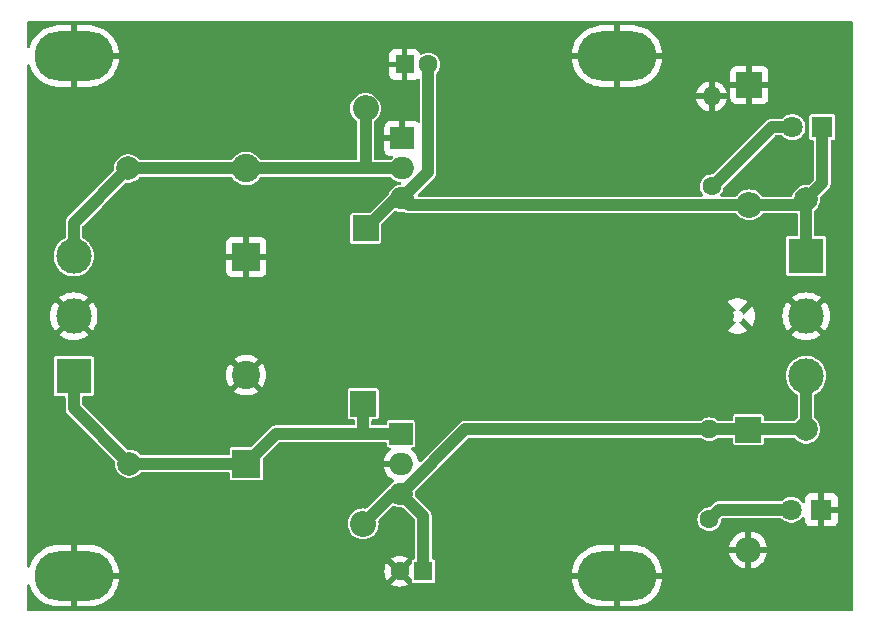
<source format=gtl>
G04 #@! TF.GenerationSoftware,KiCad,Pcbnew,8.0.6-8.0.6-0~ubuntu22.04.1*
G04 #@! TF.CreationDate,2025-01-19T18:25:12+00:00*
G04 #@! TF.ProjectId,PSU-addon,5053552d-6164-4646-9f6e-2e6b69636164,rev?*
G04 #@! TF.SameCoordinates,Original*
G04 #@! TF.FileFunction,Copper,L1,Top*
G04 #@! TF.FilePolarity,Positive*
%FSLAX46Y46*%
G04 Gerber Fmt 4.6, Leading zero omitted, Abs format (unit mm)*
G04 Created by KiCad (PCBNEW 8.0.6-8.0.6-0~ubuntu22.04.1) date 2025-01-19 18:25:12*
%MOMM*%
%LPD*%
G01*
G04 APERTURE LIST*
G04 #@! TA.AperFunction,ComponentPad*
%ADD10C,2.000000*%
G04 #@! TD*
G04 #@! TA.AperFunction,ComponentPad*
%ADD11R,2.200000X2.200000*%
G04 #@! TD*
G04 #@! TA.AperFunction,ComponentPad*
%ADD12O,2.200000X2.200000*%
G04 #@! TD*
G04 #@! TA.AperFunction,ComponentPad*
%ADD13O,6.700000X4.200000*%
G04 #@! TD*
G04 #@! TA.AperFunction,ComponentPad*
%ADD14C,1.600000*%
G04 #@! TD*
G04 #@! TA.AperFunction,ComponentPad*
%ADD15O,1.600000X1.600000*%
G04 #@! TD*
G04 #@! TA.AperFunction,ComponentPad*
%ADD16R,1.800000X1.800000*%
G04 #@! TD*
G04 #@! TA.AperFunction,ComponentPad*
%ADD17C,1.800000*%
G04 #@! TD*
G04 #@! TA.AperFunction,ComponentPad*
%ADD18R,2.400000X2.400000*%
G04 #@! TD*
G04 #@! TA.AperFunction,ComponentPad*
%ADD19C,2.400000*%
G04 #@! TD*
G04 #@! TA.AperFunction,ComponentPad*
%ADD20R,3.000000X3.000000*%
G04 #@! TD*
G04 #@! TA.AperFunction,ComponentPad*
%ADD21C,3.000000*%
G04 #@! TD*
G04 #@! TA.AperFunction,ComponentPad*
%ADD22R,2.000000X1.905000*%
G04 #@! TD*
G04 #@! TA.AperFunction,ComponentPad*
%ADD23O,2.000000X1.905000*%
G04 #@! TD*
G04 #@! TA.AperFunction,ComponentPad*
%ADD24R,1.600000X1.600000*%
G04 #@! TD*
G04 #@! TA.AperFunction,Conductor*
%ADD25C,1.000000*%
G04 #@! TD*
G04 APERTURE END LIST*
D10*
X92000000Y-59312755D03*
D11*
X87100000Y-59332755D03*
D12*
X87100000Y-69492755D03*
D10*
X34600000Y-37212755D03*
X92000000Y-39812755D03*
D13*
X30000000Y-27700000D03*
D11*
X54500000Y-57132755D03*
D12*
X54500000Y-67292755D03*
D13*
X76000000Y-27700000D03*
D14*
X83800000Y-66922755D03*
D15*
X83800000Y-59302755D03*
D11*
X54700000Y-42292755D03*
D12*
X54700000Y-32132755D03*
D16*
X93300000Y-66112755D03*
D17*
X90760000Y-66112755D03*
D18*
X44600000Y-62212755D03*
D19*
X44600000Y-54712755D03*
D13*
X30000000Y-71700000D03*
D20*
X30000000Y-54792755D03*
D21*
X30000000Y-49712755D03*
X30000000Y-44632755D03*
D10*
X34700000Y-62212755D03*
D18*
X44600000Y-44712755D03*
D19*
X44600000Y-37212755D03*
D20*
X92000000Y-44632755D03*
D21*
X92000000Y-49712755D03*
X92000000Y-54792755D03*
D14*
X84000000Y-38720000D03*
D15*
X84000000Y-31100000D03*
D13*
X76000000Y-71700000D03*
D16*
X93375000Y-33712755D03*
D17*
X90835000Y-33712755D03*
D22*
X57700000Y-59672755D03*
D23*
X57700000Y-62212755D03*
X57700000Y-64752755D03*
D11*
X87200000Y-30132755D03*
D12*
X87200000Y-40292755D03*
D24*
X58000000Y-28412755D03*
D14*
X60000000Y-28412755D03*
D24*
X59600000Y-71312755D03*
D14*
X57600000Y-71312755D03*
D10*
X84900000Y-49700000D03*
D22*
X57800000Y-34672755D03*
D23*
X57800000Y-37212755D03*
X57800000Y-39752755D03*
D25*
X30000000Y-57512755D02*
X34700000Y-62212755D01*
X54500000Y-57132755D02*
X54500000Y-59672755D01*
X47140000Y-59672755D02*
X54500000Y-59672755D01*
X34700000Y-62212755D02*
X44600000Y-62212755D01*
X47140000Y-59672755D02*
X44600000Y-62212755D01*
X30000000Y-54792755D02*
X30000000Y-57512755D01*
X54500000Y-59672755D02*
X57700000Y-59672755D01*
X34600000Y-37212755D02*
X30000000Y-41812755D01*
X30000000Y-41812755D02*
X30000000Y-44632755D01*
X54700000Y-32132755D02*
X54700000Y-37212755D01*
X44600000Y-37212755D02*
X54700000Y-37212755D01*
X44600000Y-37212755D02*
X34600000Y-37212755D01*
X54700000Y-37212755D02*
X57800000Y-37212755D01*
X92000000Y-54792755D02*
X92000000Y-59312755D01*
X57700000Y-64752755D02*
X57040000Y-64752755D01*
X83800000Y-59302755D02*
X63150000Y-59302755D01*
X63150000Y-59302755D02*
X57700000Y-64752755D01*
X57040000Y-64752755D02*
X54500000Y-67292755D01*
X91990000Y-59302755D02*
X92000000Y-59312755D01*
X83800000Y-59302755D02*
X91990000Y-59302755D01*
X59600000Y-71312755D02*
X59600000Y-66652755D01*
X59600000Y-66652755D02*
X57700000Y-64752755D01*
X57240000Y-39752755D02*
X54700000Y-42292755D01*
X57800000Y-39752755D02*
X57240000Y-39752755D01*
X58340000Y-40292755D02*
X57800000Y-39752755D01*
X91520000Y-40292755D02*
X92000000Y-39812755D01*
X93375000Y-38437755D02*
X92000000Y-39812755D01*
X57800000Y-39752755D02*
X60000000Y-37552755D01*
X93375000Y-33712755D02*
X93375000Y-38437755D01*
X92000000Y-39812755D02*
X92000000Y-44632755D01*
X60000000Y-37552755D02*
X60000000Y-28412755D01*
X87200000Y-40292755D02*
X91520000Y-40292755D01*
X87200000Y-40292755D02*
X58340000Y-40292755D01*
X84610000Y-66112755D02*
X83800000Y-66922755D01*
X90760000Y-66112755D02*
X84610000Y-66112755D01*
X90835000Y-33712755D02*
X89087245Y-33712755D01*
X84080000Y-38720000D02*
X84000000Y-38720000D01*
X89087245Y-33712755D02*
X84080000Y-38720000D01*
G04 #@! TA.AperFunction,Conductor*
G36*
X95917539Y-24757940D02*
G01*
X95963294Y-24810744D01*
X95974500Y-24862255D01*
X95974500Y-74563255D01*
X95954815Y-74630294D01*
X95902011Y-74676049D01*
X95850500Y-74687255D01*
X26149500Y-74687255D01*
X26082461Y-74667570D01*
X26036706Y-74614766D01*
X26025500Y-74563255D01*
X26025500Y-72515771D01*
X26045185Y-72448732D01*
X26097989Y-72402977D01*
X26167147Y-72393033D01*
X26230703Y-72422058D01*
X26266541Y-72474816D01*
X26344129Y-72696548D01*
X26470831Y-72959648D01*
X26626199Y-73206914D01*
X26808274Y-73435230D01*
X27014769Y-73641725D01*
X27243085Y-73823800D01*
X27490351Y-73979168D01*
X27753451Y-74105870D01*
X28029081Y-74202318D01*
X28029089Y-74202321D01*
X28313798Y-74267303D01*
X28313812Y-74267306D01*
X28603980Y-74299999D01*
X28603984Y-74300000D01*
X29750000Y-74300000D01*
X29750000Y-73200000D01*
X30250000Y-73200000D01*
X30250000Y-74300000D01*
X31396016Y-74300000D01*
X31396019Y-74299999D01*
X31686187Y-74267306D01*
X31686201Y-74267303D01*
X31970910Y-74202321D01*
X31970918Y-74202318D01*
X32246548Y-74105870D01*
X32509648Y-73979168D01*
X32756914Y-73823800D01*
X32985230Y-73641725D01*
X33191725Y-73435230D01*
X33373800Y-73206914D01*
X33529168Y-72959648D01*
X33655870Y-72696548D01*
X33752318Y-72420918D01*
X33752321Y-72420910D01*
X33817303Y-72136201D01*
X33817305Y-72136189D01*
X33838284Y-71950000D01*
X32729102Y-71950000D01*
X32750000Y-71818053D01*
X32750000Y-71581947D01*
X32729102Y-71450000D01*
X33838284Y-71450000D01*
X33817305Y-71263810D01*
X33817303Y-71263798D01*
X33752321Y-70979089D01*
X33752318Y-70979081D01*
X33655870Y-70703451D01*
X33529168Y-70440351D01*
X33373800Y-70193085D01*
X33191725Y-69964769D01*
X32985230Y-69758274D01*
X32756914Y-69576199D01*
X32509648Y-69420831D01*
X32246548Y-69294129D01*
X31970918Y-69197681D01*
X31970910Y-69197678D01*
X31686201Y-69132696D01*
X31686187Y-69132693D01*
X31396019Y-69100000D01*
X30250000Y-69100000D01*
X30250000Y-70200000D01*
X29750000Y-70200000D01*
X29750000Y-69100000D01*
X28603980Y-69100000D01*
X28313812Y-69132693D01*
X28313798Y-69132696D01*
X28029089Y-69197678D01*
X28029081Y-69197681D01*
X27753451Y-69294129D01*
X27490351Y-69420831D01*
X27243085Y-69576199D01*
X27014769Y-69758274D01*
X26808274Y-69964769D01*
X26626199Y-70193085D01*
X26470831Y-70440351D01*
X26344129Y-70703451D01*
X26266541Y-70925183D01*
X26225819Y-70981959D01*
X26160867Y-71007706D01*
X26092305Y-70994249D01*
X26041902Y-70945862D01*
X26025500Y-70884228D01*
X26025500Y-53273002D01*
X28299500Y-53273002D01*
X28299500Y-56312507D01*
X28311131Y-56370984D01*
X28311132Y-56370985D01*
X28355447Y-56437307D01*
X28421769Y-56481622D01*
X28421770Y-56481623D01*
X28480247Y-56493254D01*
X28480250Y-56493255D01*
X28480252Y-56493255D01*
X29175500Y-56493255D01*
X29242539Y-56512940D01*
X29288294Y-56565744D01*
X29299500Y-56617255D01*
X29299500Y-57443761D01*
X29299500Y-57581749D01*
X29299500Y-57581751D01*
X29299499Y-57581751D01*
X29326418Y-57717077D01*
X29326421Y-57717087D01*
X29379222Y-57844562D01*
X29455887Y-57959300D01*
X29455888Y-57959301D01*
X33471427Y-61974839D01*
X33504912Y-62036162D01*
X33507217Y-62073960D01*
X33494357Y-62212753D01*
X33494357Y-62212755D01*
X33514884Y-62434290D01*
X33514885Y-62434292D01*
X33575769Y-62648278D01*
X33575775Y-62648293D01*
X33674938Y-62847438D01*
X33674943Y-62847446D01*
X33809020Y-63024993D01*
X33973437Y-63174878D01*
X33973439Y-63174880D01*
X34162595Y-63292000D01*
X34162596Y-63292000D01*
X34162599Y-63292002D01*
X34370060Y-63372373D01*
X34588757Y-63413255D01*
X34588759Y-63413255D01*
X34811241Y-63413255D01*
X34811243Y-63413255D01*
X35029940Y-63372373D01*
X35237401Y-63292002D01*
X35426562Y-63174879D01*
X35590981Y-63024991D01*
X35638151Y-62962528D01*
X35694260Y-62920892D01*
X35737105Y-62913255D01*
X43075500Y-62913255D01*
X43142539Y-62932940D01*
X43188294Y-62985744D01*
X43199500Y-63037255D01*
X43199500Y-63432507D01*
X43211131Y-63490984D01*
X43211132Y-63490985D01*
X43255447Y-63557307D01*
X43321769Y-63601622D01*
X43321770Y-63601623D01*
X43380247Y-63613254D01*
X43380250Y-63613255D01*
X43380252Y-63613255D01*
X45819750Y-63613255D01*
X45819751Y-63613254D01*
X45834568Y-63610307D01*
X45878229Y-63601623D01*
X45878229Y-63601622D01*
X45878231Y-63601622D01*
X45944552Y-63557307D01*
X45988867Y-63490986D01*
X45988867Y-63490984D01*
X45988868Y-63490984D01*
X46000499Y-63432507D01*
X46000500Y-63432505D01*
X46000500Y-61854273D01*
X46020185Y-61787234D01*
X46036819Y-61766592D01*
X47393837Y-60409574D01*
X47455160Y-60376089D01*
X47481518Y-60373255D01*
X54431007Y-60373255D01*
X54568993Y-60373255D01*
X56375500Y-60373255D01*
X56442539Y-60392940D01*
X56488294Y-60445744D01*
X56499500Y-60497255D01*
X56499500Y-60645007D01*
X56511131Y-60703484D01*
X56511132Y-60703485D01*
X56555447Y-60769807D01*
X56621769Y-60814122D01*
X56621770Y-60814123D01*
X56680247Y-60825754D01*
X56680250Y-60825755D01*
X56708769Y-60825755D01*
X56775808Y-60845440D01*
X56821563Y-60898244D01*
X56831507Y-60967402D01*
X56802482Y-61030958D01*
X56781654Y-61050073D01*
X56706263Y-61104847D01*
X56706257Y-61104852D01*
X56544597Y-61266512D01*
X56410211Y-61451478D01*
X56306417Y-61655184D01*
X56235765Y-61872626D01*
X56221491Y-61962755D01*
X57209252Y-61962755D01*
X57187482Y-62000463D01*
X57150000Y-62140346D01*
X57150000Y-62285164D01*
X57187482Y-62425047D01*
X57209252Y-62462755D01*
X56221491Y-62462755D01*
X56235765Y-62552883D01*
X56306417Y-62770325D01*
X56410211Y-62974031D01*
X56544597Y-63158997D01*
X56706257Y-63320657D01*
X56891223Y-63455043D01*
X57058623Y-63540338D01*
X57109419Y-63588313D01*
X57126214Y-63656134D01*
X57103677Y-63722268D01*
X57058625Y-63761307D01*
X57048195Y-63766621D01*
X56964426Y-63827483D01*
X56901371Y-63873296D01*
X56901369Y-63873298D01*
X56901368Y-63873298D01*
X56773043Y-64001623D01*
X56773043Y-64001624D01*
X56773041Y-64001626D01*
X56666366Y-64148451D01*
X56663503Y-64152392D01*
X56662212Y-64151454D01*
X56631840Y-64182993D01*
X56593462Y-64208637D01*
X56593451Y-64208646D01*
X54830369Y-65971727D01*
X54769046Y-66005212D01*
X54731881Y-66007574D01*
X54726680Y-66007119D01*
X54707171Y-66005412D01*
X54500002Y-65987287D01*
X54499998Y-65987287D01*
X54273313Y-66007119D01*
X54273302Y-66007121D01*
X54053511Y-66066013D01*
X54053502Y-66066016D01*
X53847267Y-66162186D01*
X53847265Y-66162187D01*
X53660858Y-66292709D01*
X53499954Y-66453613D01*
X53369432Y-66640020D01*
X53369431Y-66640022D01*
X53273261Y-66846257D01*
X53273258Y-66846266D01*
X53214366Y-67066057D01*
X53214364Y-67066068D01*
X53194532Y-67292753D01*
X53194532Y-67292756D01*
X53214364Y-67519441D01*
X53214366Y-67519452D01*
X53273258Y-67739243D01*
X53273261Y-67739252D01*
X53369431Y-67945487D01*
X53369432Y-67945489D01*
X53499954Y-68131896D01*
X53660858Y-68292800D01*
X53660861Y-68292802D01*
X53847266Y-68423323D01*
X54053504Y-68519494D01*
X54273308Y-68578390D01*
X54435230Y-68592556D01*
X54499998Y-68598223D01*
X54500000Y-68598223D01*
X54500002Y-68598223D01*
X54556673Y-68593264D01*
X54726692Y-68578390D01*
X54946496Y-68519494D01*
X55152734Y-68423323D01*
X55339139Y-68292802D01*
X55500047Y-68131894D01*
X55630568Y-67945489D01*
X55726739Y-67739251D01*
X55785635Y-67519447D01*
X55805468Y-67292755D01*
X55785635Y-67066063D01*
X55785633Y-67066058D01*
X55785180Y-67060872D01*
X55798946Y-66992372D01*
X55821024Y-66962386D01*
X56982059Y-65801351D01*
X57043380Y-65767868D01*
X57113072Y-65772852D01*
X57126033Y-65778549D01*
X57209904Y-65821283D01*
X57382501Y-65877363D01*
X57382502Y-65877363D01*
X57382505Y-65877364D01*
X57561757Y-65905755D01*
X57561758Y-65905755D01*
X57810981Y-65905755D01*
X57878020Y-65925440D01*
X57898662Y-65942074D01*
X58863181Y-66906593D01*
X58896666Y-66967916D01*
X58899500Y-66994274D01*
X58899500Y-70188255D01*
X58879815Y-70255294D01*
X58827011Y-70301049D01*
X58786142Y-70309939D01*
X58786312Y-70311658D01*
X58780247Y-70312255D01*
X58721770Y-70323886D01*
X58721769Y-70323887D01*
X58655447Y-70368202D01*
X58611132Y-70434524D01*
X58611131Y-70434525D01*
X58599500Y-70493002D01*
X58599500Y-70615446D01*
X58579815Y-70682485D01*
X58563181Y-70703127D01*
X58000000Y-71266308D01*
X58000000Y-71260094D01*
X57972741Y-71158361D01*
X57920080Y-71067149D01*
X57845606Y-70992675D01*
X57754394Y-70940014D01*
X57652661Y-70912755D01*
X57646445Y-70912755D01*
X58325472Y-70233729D01*
X58252478Y-70182618D01*
X58046331Y-70086490D01*
X58046317Y-70086485D01*
X57826610Y-70027615D01*
X57826599Y-70027613D01*
X57600002Y-70007789D01*
X57599998Y-70007789D01*
X57373400Y-70027613D01*
X57373389Y-70027615D01*
X57153682Y-70086485D01*
X57153673Y-70086489D01*
X56947516Y-70182621D01*
X56947512Y-70182623D01*
X56874526Y-70233728D01*
X56874526Y-70233729D01*
X57553553Y-70912755D01*
X57547339Y-70912755D01*
X57445606Y-70940014D01*
X57354394Y-70992675D01*
X57279920Y-71067149D01*
X57227259Y-71158361D01*
X57200000Y-71260094D01*
X57200000Y-71266307D01*
X56520974Y-70587281D01*
X56520973Y-70587281D01*
X56469868Y-70660267D01*
X56469866Y-70660271D01*
X56373734Y-70866428D01*
X56373730Y-70866437D01*
X56314860Y-71086144D01*
X56314858Y-71086155D01*
X56295034Y-71312752D01*
X56295034Y-71312757D01*
X56314858Y-71539354D01*
X56314860Y-71539365D01*
X56373730Y-71759072D01*
X56373735Y-71759086D01*
X56469863Y-71965233D01*
X56520974Y-72038227D01*
X57200000Y-71359201D01*
X57200000Y-71365416D01*
X57227259Y-71467149D01*
X57279920Y-71558361D01*
X57354394Y-71632835D01*
X57445606Y-71685496D01*
X57547339Y-71712755D01*
X57553553Y-71712755D01*
X56874526Y-72391780D01*
X56947513Y-72442887D01*
X56947521Y-72442891D01*
X57153668Y-72539019D01*
X57153682Y-72539024D01*
X57373389Y-72597894D01*
X57373400Y-72597896D01*
X57599998Y-72617721D01*
X57600002Y-72617721D01*
X57826599Y-72597896D01*
X57826610Y-72597894D01*
X58046317Y-72539024D01*
X58046331Y-72539019D01*
X58252478Y-72442891D01*
X58325471Y-72391779D01*
X57646447Y-71712755D01*
X57652661Y-71712755D01*
X57754394Y-71685496D01*
X57845606Y-71632835D01*
X57920080Y-71558361D01*
X57972741Y-71467149D01*
X58000000Y-71365416D01*
X58000000Y-71359201D01*
X58563181Y-71922382D01*
X58596666Y-71983705D01*
X58599500Y-72010063D01*
X58599500Y-72132507D01*
X58611131Y-72190984D01*
X58611132Y-72190985D01*
X58655447Y-72257307D01*
X58721769Y-72301622D01*
X58721770Y-72301623D01*
X58780247Y-72313254D01*
X58780250Y-72313255D01*
X58780252Y-72313255D01*
X60419750Y-72313255D01*
X60419751Y-72313254D01*
X60434568Y-72310307D01*
X60478229Y-72301623D01*
X60478229Y-72301622D01*
X60478231Y-72301622D01*
X60544552Y-72257307D01*
X60588867Y-72190986D01*
X60588867Y-72190984D01*
X60588868Y-72190984D01*
X60600499Y-72132507D01*
X60600500Y-72132505D01*
X60600500Y-71450000D01*
X72161716Y-71450000D01*
X73270898Y-71450000D01*
X73250000Y-71581947D01*
X73250000Y-71818053D01*
X73270898Y-71950000D01*
X72161716Y-71950000D01*
X72182694Y-72136189D01*
X72182696Y-72136201D01*
X72247678Y-72420910D01*
X72247681Y-72420918D01*
X72344129Y-72696548D01*
X72470831Y-72959648D01*
X72626199Y-73206914D01*
X72808274Y-73435230D01*
X73014769Y-73641725D01*
X73243085Y-73823800D01*
X73490351Y-73979168D01*
X73753451Y-74105870D01*
X74029081Y-74202318D01*
X74029089Y-74202321D01*
X74313798Y-74267303D01*
X74313812Y-74267306D01*
X74603980Y-74299999D01*
X74603984Y-74300000D01*
X75750000Y-74300000D01*
X75750000Y-73200000D01*
X76250000Y-73200000D01*
X76250000Y-74300000D01*
X77396016Y-74300000D01*
X77396019Y-74299999D01*
X77686187Y-74267306D01*
X77686201Y-74267303D01*
X77970910Y-74202321D01*
X77970918Y-74202318D01*
X78246548Y-74105870D01*
X78509648Y-73979168D01*
X78756914Y-73823800D01*
X78985230Y-73641725D01*
X79191725Y-73435230D01*
X79373800Y-73206914D01*
X79529168Y-72959648D01*
X79655870Y-72696548D01*
X79752318Y-72420918D01*
X79752321Y-72420910D01*
X79817303Y-72136201D01*
X79817305Y-72136189D01*
X79838284Y-71950000D01*
X78729102Y-71950000D01*
X78750000Y-71818053D01*
X78750000Y-71581947D01*
X78729102Y-71450000D01*
X79838284Y-71450000D01*
X79817305Y-71263810D01*
X79817303Y-71263798D01*
X79752321Y-70979089D01*
X79752318Y-70979081D01*
X79655870Y-70703451D01*
X79529168Y-70440351D01*
X79373800Y-70193085D01*
X79191725Y-69964769D01*
X78985230Y-69758274D01*
X78756914Y-69576199D01*
X78509648Y-69420831D01*
X78246548Y-69294129D01*
X78099728Y-69242754D01*
X85514728Y-69242754D01*
X85514729Y-69242755D01*
X86609252Y-69242755D01*
X86587482Y-69280463D01*
X86550000Y-69420346D01*
X86550000Y-69565164D01*
X86587482Y-69705047D01*
X86609252Y-69742755D01*
X85514728Y-69742755D01*
X85514811Y-69743822D01*
X85573603Y-69988711D01*
X85669980Y-70221386D01*
X85801568Y-70436117D01*
X85801571Y-70436122D01*
X85965130Y-70627624D01*
X86156632Y-70791183D01*
X86156637Y-70791186D01*
X86371368Y-70922774D01*
X86604043Y-71019151D01*
X86848932Y-71077943D01*
X86850000Y-71078026D01*
X86850000Y-69983502D01*
X86887708Y-70005273D01*
X87027591Y-70042755D01*
X87172409Y-70042755D01*
X87312292Y-70005273D01*
X87350000Y-69983502D01*
X87350000Y-71078026D01*
X87351067Y-71077943D01*
X87595956Y-71019151D01*
X87828631Y-70922774D01*
X88043362Y-70791186D01*
X88043367Y-70791183D01*
X88234869Y-70627624D01*
X88398428Y-70436122D01*
X88398431Y-70436117D01*
X88530019Y-70221386D01*
X88626396Y-69988711D01*
X88685188Y-69743822D01*
X88685272Y-69742755D01*
X87590748Y-69742755D01*
X87612518Y-69705047D01*
X87650000Y-69565164D01*
X87650000Y-69420346D01*
X87612518Y-69280463D01*
X87590748Y-69242755D01*
X88685271Y-69242755D01*
X88685271Y-69242754D01*
X88685188Y-69241687D01*
X88626396Y-68996798D01*
X88530019Y-68764123D01*
X88398431Y-68549392D01*
X88398428Y-68549387D01*
X88234869Y-68357885D01*
X88043367Y-68194326D01*
X88043362Y-68194323D01*
X87828631Y-68062735D01*
X87595956Y-67966358D01*
X87351064Y-67907566D01*
X87350000Y-67907481D01*
X87350000Y-69002007D01*
X87312292Y-68980237D01*
X87172409Y-68942755D01*
X87027591Y-68942755D01*
X86887708Y-68980237D01*
X86850000Y-69002007D01*
X86850000Y-67907481D01*
X86848935Y-67907566D01*
X86604043Y-67966358D01*
X86371368Y-68062735D01*
X86156637Y-68194323D01*
X86156632Y-68194326D01*
X85965130Y-68357885D01*
X85801571Y-68549387D01*
X85801568Y-68549392D01*
X85669980Y-68764123D01*
X85573603Y-68996798D01*
X85514811Y-69241687D01*
X85514728Y-69242754D01*
X78099728Y-69242754D01*
X77970918Y-69197681D01*
X77970910Y-69197678D01*
X77686201Y-69132696D01*
X77686187Y-69132693D01*
X77396019Y-69100000D01*
X76250000Y-69100000D01*
X76250000Y-70200000D01*
X75750000Y-70200000D01*
X75750000Y-69100000D01*
X74603980Y-69100000D01*
X74313812Y-69132693D01*
X74313798Y-69132696D01*
X74029089Y-69197678D01*
X74029081Y-69197681D01*
X73753451Y-69294129D01*
X73490351Y-69420831D01*
X73243085Y-69576199D01*
X73014769Y-69758274D01*
X72808274Y-69964769D01*
X72626199Y-70193085D01*
X72470831Y-70440351D01*
X72344129Y-70703451D01*
X72247681Y-70979081D01*
X72247678Y-70979089D01*
X72182696Y-71263798D01*
X72182694Y-71263810D01*
X72161716Y-71450000D01*
X60600500Y-71450000D01*
X60600500Y-70493004D01*
X60600499Y-70493002D01*
X60588868Y-70434525D01*
X60588867Y-70434524D01*
X60544552Y-70368202D01*
X60478230Y-70323887D01*
X60478229Y-70323886D01*
X60419752Y-70312255D01*
X60413688Y-70311658D01*
X60413934Y-70309152D01*
X60357461Y-70292570D01*
X60311706Y-70239766D01*
X60300500Y-70188255D01*
X60300500Y-66922755D01*
X82794659Y-66922755D01*
X82813975Y-67118884D01*
X82813976Y-67118887D01*
X82855217Y-67254841D01*
X82871188Y-67307488D01*
X82964086Y-67481287D01*
X82964090Y-67481294D01*
X83089116Y-67633638D01*
X83241460Y-67758664D01*
X83241467Y-67758668D01*
X83415266Y-67851566D01*
X83415269Y-67851566D01*
X83415273Y-67851569D01*
X83603868Y-67908779D01*
X83800000Y-67928096D01*
X83996132Y-67908779D01*
X84184727Y-67851569D01*
X84358538Y-67758665D01*
X84510883Y-67633638D01*
X84635910Y-67481293D01*
X84728814Y-67307482D01*
X84786024Y-67118887D01*
X84802596Y-66950619D01*
X84828756Y-66885833D01*
X84838309Y-66875101D01*
X84863842Y-66849570D01*
X84925167Y-66816088D01*
X84951520Y-66813255D01*
X89848301Y-66813255D01*
X89915340Y-66832940D01*
X89939937Y-66853716D01*
X89943234Y-66857333D01*
X90093958Y-66994735D01*
X90093960Y-66994737D01*
X90193141Y-67056147D01*
X90267363Y-67102103D01*
X90457544Y-67175779D01*
X90658024Y-67213255D01*
X90658026Y-67213255D01*
X90861974Y-67213255D01*
X90861976Y-67213255D01*
X91062456Y-67175779D01*
X91252637Y-67102103D01*
X91426041Y-66994736D01*
X91576764Y-66857334D01*
X91677046Y-66724538D01*
X91733155Y-66682903D01*
X91802867Y-66678212D01*
X91864049Y-66711954D01*
X91897276Y-66773417D01*
X91900000Y-66799266D01*
X91900000Y-67060599D01*
X91906401Y-67120127D01*
X91906403Y-67120134D01*
X91956645Y-67254841D01*
X91956649Y-67254848D01*
X92042809Y-67369942D01*
X92042812Y-67369945D01*
X92157906Y-67456105D01*
X92157913Y-67456109D01*
X92292620Y-67506351D01*
X92292627Y-67506353D01*
X92352155Y-67512754D01*
X92352172Y-67512755D01*
X93050000Y-67512755D01*
X93050000Y-66488032D01*
X93126306Y-66532088D01*
X93240756Y-66562755D01*
X93359244Y-66562755D01*
X93473694Y-66532088D01*
X93550000Y-66488032D01*
X93550000Y-67512755D01*
X94247828Y-67512755D01*
X94247844Y-67512754D01*
X94307372Y-67506353D01*
X94307379Y-67506351D01*
X94442086Y-67456109D01*
X94442093Y-67456105D01*
X94557187Y-67369945D01*
X94557190Y-67369942D01*
X94643350Y-67254848D01*
X94643354Y-67254841D01*
X94693596Y-67120134D01*
X94693598Y-67120127D01*
X94699999Y-67060599D01*
X94700000Y-67060582D01*
X94700000Y-66362755D01*
X93675278Y-66362755D01*
X93719333Y-66286449D01*
X93750000Y-66171999D01*
X93750000Y-66053511D01*
X93719333Y-65939061D01*
X93675278Y-65862755D01*
X94700000Y-65862755D01*
X94700000Y-65164927D01*
X94699999Y-65164910D01*
X94693598Y-65105382D01*
X94693596Y-65105375D01*
X94643354Y-64970668D01*
X94643350Y-64970661D01*
X94557190Y-64855567D01*
X94557187Y-64855564D01*
X94442093Y-64769404D01*
X94442086Y-64769400D01*
X94307379Y-64719158D01*
X94307372Y-64719156D01*
X94247844Y-64712755D01*
X93550000Y-64712755D01*
X93550000Y-65737477D01*
X93473694Y-65693422D01*
X93359244Y-65662755D01*
X93240756Y-65662755D01*
X93126306Y-65693422D01*
X93050000Y-65737477D01*
X93050000Y-64712755D01*
X92352155Y-64712755D01*
X92292627Y-64719156D01*
X92292620Y-64719158D01*
X92157913Y-64769400D01*
X92157906Y-64769404D01*
X92042812Y-64855564D01*
X92042809Y-64855567D01*
X91956649Y-64970661D01*
X91956645Y-64970668D01*
X91906403Y-65105375D01*
X91906401Y-65105382D01*
X91900000Y-65164910D01*
X91900000Y-65426243D01*
X91880315Y-65493282D01*
X91827511Y-65539037D01*
X91758353Y-65548981D01*
X91694797Y-65519956D01*
X91677046Y-65500970D01*
X91576762Y-65368174D01*
X91426041Y-65230774D01*
X91426039Y-65230772D01*
X91252642Y-65123410D01*
X91252635Y-65123406D01*
X91157546Y-65086569D01*
X91062456Y-65049731D01*
X90861976Y-65012255D01*
X90658024Y-65012255D01*
X90457544Y-65049731D01*
X90457541Y-65049731D01*
X90457541Y-65049732D01*
X90267364Y-65123406D01*
X90267357Y-65123410D01*
X90093960Y-65230772D01*
X90093958Y-65230774D01*
X89943234Y-65368176D01*
X89939937Y-65371794D01*
X89880226Y-65408075D01*
X89848301Y-65412255D01*
X84541004Y-65412255D01*
X84405677Y-65439173D01*
X84405667Y-65439176D01*
X84278192Y-65491977D01*
X84163454Y-65568642D01*
X83847660Y-65884436D01*
X83786337Y-65917921D01*
X83772133Y-65920158D01*
X83603870Y-65936730D01*
X83415266Y-65993943D01*
X83241467Y-66086841D01*
X83241460Y-66086845D01*
X83089116Y-66211871D01*
X82964090Y-66364215D01*
X82964086Y-66364222D01*
X82871188Y-66538021D01*
X82813975Y-66726625D01*
X82794659Y-66922755D01*
X60300500Y-66922755D01*
X60300500Y-66583759D01*
X60273581Y-66448432D01*
X60273580Y-66448431D01*
X60273580Y-66448427D01*
X60248990Y-66389061D01*
X60220778Y-66320950D01*
X60220774Y-66320943D01*
X60217363Y-66315838D01*
X60188242Y-66272255D01*
X60144114Y-66206212D01*
X60144112Y-66206209D01*
X60144109Y-66206206D01*
X58928891Y-64990989D01*
X58895406Y-64929666D01*
X58894099Y-64883909D01*
X58900500Y-64843496D01*
X58900500Y-64662016D01*
X58900500Y-64662012D01*
X58894098Y-64621596D01*
X58903051Y-64552308D01*
X58928887Y-64514523D01*
X63403838Y-60039574D01*
X63465161Y-60006089D01*
X63491519Y-60003255D01*
X83032098Y-60003255D01*
X83099137Y-60022940D01*
X83110757Y-60031397D01*
X83145872Y-60060216D01*
X83241460Y-60138664D01*
X83241467Y-60138668D01*
X83415266Y-60231566D01*
X83415269Y-60231566D01*
X83415273Y-60231569D01*
X83603868Y-60288779D01*
X83800000Y-60308096D01*
X83996132Y-60288779D01*
X84184727Y-60231569D01*
X84358538Y-60138665D01*
X84489238Y-60031401D01*
X84553546Y-60004089D01*
X84567902Y-60003255D01*
X85675500Y-60003255D01*
X85742539Y-60022940D01*
X85788294Y-60075744D01*
X85799500Y-60127255D01*
X85799500Y-60452507D01*
X85811131Y-60510984D01*
X85811132Y-60510985D01*
X85855447Y-60577307D01*
X85921769Y-60621622D01*
X85921770Y-60621623D01*
X85980247Y-60633254D01*
X85980250Y-60633255D01*
X85980252Y-60633255D01*
X88219750Y-60633255D01*
X88219751Y-60633254D01*
X88234568Y-60630307D01*
X88278229Y-60621623D01*
X88278229Y-60621622D01*
X88278231Y-60621622D01*
X88344552Y-60577307D01*
X88388867Y-60510986D01*
X88388867Y-60510984D01*
X88388868Y-60510984D01*
X88400499Y-60452507D01*
X88400500Y-60452505D01*
X88400500Y-60127255D01*
X88420185Y-60060216D01*
X88472989Y-60014461D01*
X88524500Y-60003255D01*
X90955343Y-60003255D01*
X91022382Y-60022940D01*
X91054297Y-60052528D01*
X91109020Y-60124992D01*
X91273437Y-60274878D01*
X91273439Y-60274880D01*
X91462595Y-60392000D01*
X91462596Y-60392000D01*
X91462599Y-60392002D01*
X91670060Y-60472373D01*
X91888757Y-60513255D01*
X91888759Y-60513255D01*
X92111241Y-60513255D01*
X92111243Y-60513255D01*
X92329940Y-60472373D01*
X92537401Y-60392002D01*
X92726562Y-60274879D01*
X92875981Y-60138665D01*
X92890979Y-60124993D01*
X92928171Y-60075744D01*
X93025058Y-59947444D01*
X93124229Y-59748283D01*
X93185115Y-59534291D01*
X93205643Y-59312755D01*
X93185115Y-59091219D01*
X93124229Y-58877227D01*
X93109803Y-58848255D01*
X93025061Y-58678071D01*
X93025056Y-58678063D01*
X92890981Y-58500519D01*
X92740961Y-58363757D01*
X92704680Y-58304045D01*
X92700500Y-58272120D01*
X92700500Y-56420737D01*
X92720185Y-56353698D01*
X92770695Y-56309018D01*
X92852634Y-56269560D01*
X93063217Y-56125987D01*
X93250050Y-55952632D01*
X93408959Y-55753367D01*
X93536393Y-55532643D01*
X93629508Y-55295392D01*
X93686222Y-55046912D01*
X93705268Y-54792755D01*
X93705192Y-54791746D01*
X93686222Y-54538600D01*
X93645275Y-54359201D01*
X93629508Y-54290118D01*
X93536393Y-54052867D01*
X93408959Y-53832143D01*
X93250050Y-53632878D01*
X93063217Y-53459523D01*
X92852634Y-53315950D01*
X92852630Y-53315948D01*
X92852627Y-53315946D01*
X92852626Y-53315945D01*
X92623006Y-53205367D01*
X92623008Y-53205367D01*
X92379466Y-53130244D01*
X92379462Y-53130243D01*
X92379458Y-53130242D01*
X92258231Y-53111969D01*
X92127440Y-53092255D01*
X92127435Y-53092255D01*
X91872565Y-53092255D01*
X91872559Y-53092255D01*
X91715609Y-53115912D01*
X91620542Y-53130242D01*
X91620539Y-53130243D01*
X91620533Y-53130244D01*
X91376992Y-53205367D01*
X91147373Y-53315945D01*
X91147372Y-53315946D01*
X90936782Y-53459523D01*
X90749952Y-53632876D01*
X90749950Y-53632878D01*
X90591041Y-53832143D01*
X90463608Y-54052864D01*
X90370492Y-54290117D01*
X90370490Y-54290124D01*
X90313777Y-54538600D01*
X90294732Y-54792750D01*
X90294732Y-54792759D01*
X90313777Y-55046909D01*
X90352199Y-55215249D01*
X90370492Y-55295392D01*
X90463607Y-55532643D01*
X90591041Y-55753367D01*
X90749950Y-55952632D01*
X90936783Y-56125987D01*
X91147366Y-56269560D01*
X91229304Y-56309018D01*
X91281161Y-56355839D01*
X91299500Y-56420737D01*
X91299500Y-58272120D01*
X91279815Y-58339159D01*
X91259039Y-58363757D01*
X91109015Y-58500522D01*
X91069401Y-58552981D01*
X91013293Y-58594618D01*
X90970447Y-58602255D01*
X88524500Y-58602255D01*
X88457461Y-58582570D01*
X88411706Y-58529766D01*
X88400500Y-58478255D01*
X88400500Y-58213004D01*
X88400499Y-58213002D01*
X88388868Y-58154525D01*
X88388867Y-58154524D01*
X88344552Y-58088202D01*
X88278230Y-58043887D01*
X88278229Y-58043886D01*
X88219752Y-58032255D01*
X88219748Y-58032255D01*
X85980252Y-58032255D01*
X85980247Y-58032255D01*
X85921770Y-58043886D01*
X85921769Y-58043887D01*
X85855447Y-58088202D01*
X85811132Y-58154524D01*
X85811131Y-58154525D01*
X85799500Y-58213002D01*
X85799500Y-58478255D01*
X85779815Y-58545294D01*
X85727011Y-58591049D01*
X85675500Y-58602255D01*
X84567902Y-58602255D01*
X84500863Y-58582570D01*
X84489242Y-58574112D01*
X84423009Y-58519755D01*
X84358539Y-58466845D01*
X84358532Y-58466841D01*
X84184733Y-58373943D01*
X84184727Y-58373941D01*
X83996132Y-58316731D01*
X83996129Y-58316730D01*
X83800000Y-58297414D01*
X83603870Y-58316730D01*
X83415266Y-58373943D01*
X83241467Y-58466841D01*
X83241460Y-58466845D01*
X83145872Y-58545294D01*
X83110761Y-58574108D01*
X83046454Y-58601421D01*
X83032098Y-58602255D01*
X63081004Y-58602255D01*
X62945677Y-58629173D01*
X62945667Y-58629176D01*
X62818192Y-58681977D01*
X62703454Y-58758642D01*
X59394459Y-62067637D01*
X59333136Y-62101122D01*
X59263444Y-62096138D01*
X59207511Y-62054266D01*
X59184305Y-61999353D01*
X59164235Y-61872631D01*
X59164234Y-61872629D01*
X59093582Y-61655186D01*
X58989788Y-61451478D01*
X58855402Y-61266512D01*
X58693742Y-61104852D01*
X58693736Y-61104847D01*
X58618346Y-61050073D01*
X58575680Y-60994743D01*
X58569701Y-60925130D01*
X58602307Y-60863335D01*
X58663145Y-60828978D01*
X58691231Y-60825755D01*
X58719750Y-60825755D01*
X58719751Y-60825754D01*
X58734568Y-60822807D01*
X58778229Y-60814123D01*
X58778229Y-60814122D01*
X58778231Y-60814122D01*
X58844552Y-60769807D01*
X58888867Y-60703486D01*
X58888867Y-60703484D01*
X58888868Y-60703484D01*
X58900499Y-60645007D01*
X58900500Y-60645005D01*
X58900500Y-58700504D01*
X58900499Y-58700502D01*
X58888868Y-58642025D01*
X58888867Y-58642024D01*
X58844552Y-58575702D01*
X58778230Y-58531387D01*
X58778229Y-58531386D01*
X58719752Y-58519755D01*
X58719748Y-58519755D01*
X56680252Y-58519755D01*
X56680247Y-58519755D01*
X56621770Y-58531386D01*
X56621769Y-58531387D01*
X56555447Y-58575702D01*
X56511132Y-58642024D01*
X56511131Y-58642025D01*
X56499500Y-58700502D01*
X56499500Y-58848255D01*
X56479815Y-58915294D01*
X56427011Y-58961049D01*
X56375500Y-58972255D01*
X55324500Y-58972255D01*
X55257461Y-58952570D01*
X55211706Y-58899766D01*
X55200500Y-58848255D01*
X55200500Y-58557255D01*
X55220185Y-58490216D01*
X55272989Y-58444461D01*
X55324500Y-58433255D01*
X55619750Y-58433255D01*
X55619751Y-58433254D01*
X55634568Y-58430307D01*
X55678229Y-58421623D01*
X55678229Y-58421622D01*
X55678231Y-58421622D01*
X55744552Y-58377307D01*
X55788867Y-58310986D01*
X55788867Y-58310984D01*
X55788868Y-58310984D01*
X55800499Y-58252507D01*
X55800500Y-58252505D01*
X55800500Y-56013004D01*
X55800499Y-56013002D01*
X55788868Y-55954525D01*
X55788867Y-55954524D01*
X55744552Y-55888202D01*
X55678230Y-55843887D01*
X55678229Y-55843886D01*
X55619752Y-55832255D01*
X55619748Y-55832255D01*
X53380252Y-55832255D01*
X53380247Y-55832255D01*
X53321770Y-55843886D01*
X53321769Y-55843887D01*
X53255447Y-55888202D01*
X53211132Y-55954524D01*
X53211131Y-55954525D01*
X53199500Y-56013002D01*
X53199500Y-58252507D01*
X53211131Y-58310984D01*
X53211132Y-58310985D01*
X53255447Y-58377307D01*
X53321769Y-58421622D01*
X53321770Y-58421623D01*
X53380247Y-58433254D01*
X53380250Y-58433255D01*
X53380252Y-58433255D01*
X53675500Y-58433255D01*
X53742539Y-58452940D01*
X53788294Y-58505744D01*
X53799500Y-58557255D01*
X53799500Y-58848255D01*
X53779815Y-58915294D01*
X53727011Y-58961049D01*
X53675500Y-58972255D01*
X47071003Y-58972255D01*
X46962590Y-58993820D01*
X46962589Y-58993820D01*
X46949131Y-58996497D01*
X46935673Y-58999174D01*
X46935671Y-58999175D01*
X46882866Y-59021047D01*
X46882864Y-59021048D01*
X46882863Y-59021047D01*
X46808191Y-59051978D01*
X46723711Y-59108427D01*
X46723710Y-59108428D01*
X46693454Y-59128643D01*
X46693453Y-59128644D01*
X45046162Y-60775936D01*
X44984839Y-60809421D01*
X44958481Y-60812255D01*
X43380247Y-60812255D01*
X43321770Y-60823886D01*
X43321769Y-60823887D01*
X43255447Y-60868202D01*
X43211132Y-60934524D01*
X43211131Y-60934525D01*
X43199500Y-60993002D01*
X43199500Y-61388255D01*
X43179815Y-61455294D01*
X43127011Y-61501049D01*
X43075500Y-61512255D01*
X35737105Y-61512255D01*
X35670066Y-61492570D01*
X35638151Y-61462982D01*
X35590979Y-61400516D01*
X35426562Y-61250631D01*
X35426560Y-61250629D01*
X35237404Y-61133509D01*
X35237398Y-61133507D01*
X35029940Y-61053137D01*
X34811243Y-61012255D01*
X34588757Y-61012255D01*
X34588754Y-61012255D01*
X34569926Y-61015774D01*
X34500412Y-61008739D01*
X34459467Y-60981565D01*
X30736819Y-57258917D01*
X30703334Y-57197594D01*
X30700500Y-57171236D01*
X30700500Y-56617255D01*
X30720185Y-56550216D01*
X30772989Y-56504461D01*
X30824500Y-56493255D01*
X31519750Y-56493255D01*
X31519751Y-56493254D01*
X31534568Y-56490307D01*
X31578229Y-56481623D01*
X31578229Y-56481622D01*
X31578231Y-56481622D01*
X31644552Y-56437307D01*
X31688867Y-56370986D01*
X31688867Y-56370984D01*
X31688868Y-56370984D01*
X31700499Y-56312507D01*
X31700500Y-56312505D01*
X31700500Y-54712750D01*
X42895233Y-54712750D01*
X42895233Y-54712759D01*
X42914273Y-54966834D01*
X42970968Y-55215232D01*
X42970973Y-55215249D01*
X43064058Y-55452426D01*
X43064057Y-55452426D01*
X43191457Y-55673087D01*
X43233452Y-55725748D01*
X44035387Y-54923813D01*
X44040889Y-54944346D01*
X44119881Y-55081163D01*
X44231592Y-55192874D01*
X44368409Y-55271866D01*
X44388940Y-55277367D01*
X43586813Y-56079492D01*
X43747623Y-56189130D01*
X43747624Y-56189131D01*
X43977176Y-56299676D01*
X43977174Y-56299676D01*
X44220652Y-56374779D01*
X44220658Y-56374781D01*
X44472595Y-56412754D01*
X44472604Y-56412755D01*
X44727396Y-56412755D01*
X44727404Y-56412754D01*
X44979341Y-56374781D01*
X44979347Y-56374779D01*
X45222824Y-56299676D01*
X45452381Y-56189128D01*
X45613185Y-56079492D01*
X44811059Y-55277367D01*
X44831591Y-55271866D01*
X44968408Y-55192874D01*
X45080119Y-55081163D01*
X45159111Y-54944346D01*
X45164612Y-54923814D01*
X45966545Y-55725748D01*
X46008545Y-55673082D01*
X46135941Y-55452426D01*
X46229026Y-55215249D01*
X46229031Y-55215232D01*
X46285726Y-54966834D01*
X46304767Y-54712759D01*
X46304767Y-54712750D01*
X46285726Y-54458675D01*
X46229031Y-54210277D01*
X46229026Y-54210260D01*
X46135941Y-53973083D01*
X46135942Y-53973083D01*
X46008544Y-53752426D01*
X45966546Y-53699761D01*
X45164612Y-54501694D01*
X45159111Y-54481164D01*
X45080119Y-54344347D01*
X44968408Y-54232636D01*
X44831591Y-54153644D01*
X44811058Y-54148142D01*
X45613185Y-53346016D01*
X45452377Y-53236379D01*
X45452376Y-53236378D01*
X45222823Y-53125833D01*
X45222825Y-53125833D01*
X44979347Y-53050730D01*
X44979341Y-53050728D01*
X44727404Y-53012755D01*
X44472595Y-53012755D01*
X44220658Y-53050728D01*
X44220652Y-53050730D01*
X43977175Y-53125833D01*
X43747624Y-53236378D01*
X43747616Y-53236383D01*
X43586813Y-53346016D01*
X44388940Y-54148142D01*
X44368409Y-54153644D01*
X44231592Y-54232636D01*
X44119881Y-54344347D01*
X44040889Y-54481164D01*
X44035387Y-54501695D01*
X43233453Y-53699761D01*
X43191455Y-53752425D01*
X43064058Y-53973083D01*
X42970973Y-54210260D01*
X42970968Y-54210277D01*
X42914273Y-54458675D01*
X42895233Y-54712750D01*
X31700500Y-54712750D01*
X31700500Y-53273004D01*
X31700499Y-53273002D01*
X31688868Y-53214525D01*
X31688867Y-53214524D01*
X31644552Y-53148202D01*
X31578230Y-53103887D01*
X31578229Y-53103886D01*
X31519752Y-53092255D01*
X31519748Y-53092255D01*
X28480252Y-53092255D01*
X28480247Y-53092255D01*
X28421770Y-53103886D01*
X28421769Y-53103887D01*
X28355447Y-53148202D01*
X28311132Y-53214524D01*
X28311131Y-53214525D01*
X28299500Y-53273002D01*
X26025500Y-53273002D01*
X26025500Y-49712753D01*
X27994891Y-49712753D01*
X27994891Y-49712756D01*
X28015300Y-49998117D01*
X28076109Y-50277650D01*
X28176091Y-50545713D01*
X28313191Y-50796793D01*
X28313196Y-50796801D01*
X28419882Y-50939317D01*
X28419883Y-50939318D01*
X29314767Y-50044433D01*
X29326497Y-50072750D01*
X29409670Y-50197227D01*
X29515528Y-50303085D01*
X29640005Y-50386258D01*
X29668320Y-50397986D01*
X28773435Y-51292870D01*
X28773436Y-51292871D01*
X28915953Y-51399558D01*
X28915961Y-51399563D01*
X29167042Y-51536663D01*
X29167041Y-51536663D01*
X29435104Y-51636645D01*
X29714637Y-51697454D01*
X29999999Y-51717864D01*
X30000001Y-51717864D01*
X30285362Y-51697454D01*
X30564895Y-51636645D01*
X30832958Y-51536663D01*
X31084038Y-51399563D01*
X31084039Y-51399562D01*
X31226563Y-51292870D01*
X30331679Y-50397986D01*
X30359995Y-50386258D01*
X30484472Y-50303085D01*
X30590330Y-50197227D01*
X30673503Y-50072750D01*
X30685231Y-50044434D01*
X31580115Y-50939318D01*
X31686807Y-50796794D01*
X31686808Y-50796793D01*
X31823908Y-50545713D01*
X31923890Y-50277650D01*
X31984699Y-49998117D01*
X32005109Y-49712756D01*
X32005109Y-49712753D01*
X32005109Y-49712749D01*
X84694859Y-49712749D01*
X84694859Y-49712760D01*
X84715385Y-49960484D01*
X84715387Y-49960493D01*
X84776412Y-50201472D01*
X84876267Y-50429122D01*
X84976562Y-50582636D01*
X85717037Y-49842163D01*
X85734075Y-49905748D01*
X85799901Y-50019762D01*
X85892993Y-50112854D01*
X86007007Y-50178680D01*
X86070591Y-50195717D01*
X85329943Y-50936364D01*
X85376768Y-50972810D01*
X85376771Y-50972812D01*
X85595385Y-51091119D01*
X85595396Y-51091124D01*
X85830506Y-51171838D01*
X86075707Y-51212755D01*
X86324293Y-51212755D01*
X86569493Y-51171838D01*
X86804603Y-51091124D01*
X86804614Y-51091119D01*
X87023230Y-50972811D01*
X87023236Y-50972806D01*
X87070055Y-50936365D01*
X87070056Y-50936364D01*
X86329408Y-50195717D01*
X86392993Y-50178680D01*
X86507007Y-50112854D01*
X86600099Y-50019762D01*
X86665925Y-49905748D01*
X86682962Y-49842164D01*
X87423435Y-50582637D01*
X87523733Y-50429119D01*
X87623587Y-50201472D01*
X87684612Y-49960493D01*
X87684614Y-49960484D01*
X87705141Y-49712760D01*
X87705141Y-49712753D01*
X89994891Y-49712753D01*
X89994891Y-49712756D01*
X90015300Y-49998117D01*
X90076109Y-50277650D01*
X90176091Y-50545713D01*
X90313191Y-50796793D01*
X90313196Y-50796801D01*
X90419882Y-50939317D01*
X90419883Y-50939318D01*
X91314768Y-50044433D01*
X91326497Y-50072750D01*
X91409670Y-50197227D01*
X91515528Y-50303085D01*
X91640005Y-50386258D01*
X91668320Y-50397986D01*
X90773435Y-51292870D01*
X90773436Y-51292871D01*
X90915953Y-51399558D01*
X90915961Y-51399563D01*
X91167042Y-51536663D01*
X91167041Y-51536663D01*
X91435104Y-51636645D01*
X91714637Y-51697454D01*
X91999999Y-51717864D01*
X92000001Y-51717864D01*
X92285362Y-51697454D01*
X92564895Y-51636645D01*
X92832958Y-51536663D01*
X93084038Y-51399563D01*
X93084039Y-51399562D01*
X93226563Y-51292870D01*
X92331679Y-50397986D01*
X92359995Y-50386258D01*
X92484472Y-50303085D01*
X92590330Y-50197227D01*
X92673503Y-50072750D01*
X92685231Y-50044434D01*
X93580115Y-50939318D01*
X93686807Y-50796794D01*
X93686808Y-50796793D01*
X93823908Y-50545713D01*
X93923890Y-50277650D01*
X93984699Y-49998117D01*
X94005109Y-49712756D01*
X94005109Y-49712753D01*
X93984699Y-49427392D01*
X93923890Y-49147859D01*
X93823908Y-48879796D01*
X93686808Y-48628716D01*
X93686803Y-48628708D01*
X93580116Y-48486191D01*
X93580115Y-48486190D01*
X92685231Y-49381075D01*
X92673503Y-49352760D01*
X92590330Y-49228283D01*
X92484472Y-49122425D01*
X92359995Y-49039252D01*
X92331678Y-49027522D01*
X93226563Y-48132638D01*
X93226562Y-48132637D01*
X93084046Y-48025951D01*
X93084038Y-48025946D01*
X92832957Y-47888846D01*
X92832958Y-47888846D01*
X92564895Y-47788864D01*
X92285362Y-47728055D01*
X92000001Y-47707646D01*
X91999999Y-47707646D01*
X91714637Y-47728055D01*
X91435104Y-47788864D01*
X91167041Y-47888846D01*
X90915961Y-48025946D01*
X90915953Y-48025951D01*
X90773435Y-48132637D01*
X91668321Y-49027522D01*
X91640005Y-49039252D01*
X91515528Y-49122425D01*
X91409670Y-49228283D01*
X91326497Y-49352760D01*
X91314768Y-49381076D01*
X90419882Y-48486190D01*
X90313196Y-48628708D01*
X90313191Y-48628716D01*
X90176091Y-48879796D01*
X90076109Y-49147859D01*
X90015300Y-49427392D01*
X89994891Y-49712753D01*
X87705141Y-49712753D01*
X87705141Y-49712749D01*
X87684614Y-49465025D01*
X87684612Y-49465016D01*
X87623587Y-49224037D01*
X87523732Y-48996387D01*
X87423435Y-48842871D01*
X86682962Y-49583345D01*
X86665925Y-49519762D01*
X86600099Y-49405748D01*
X86507007Y-49312656D01*
X86392993Y-49246830D01*
X86329409Y-49229792D01*
X87070055Y-48489144D01*
X87070055Y-48489143D01*
X87023236Y-48452702D01*
X87023231Y-48452699D01*
X86804614Y-48334390D01*
X86804603Y-48334385D01*
X86569493Y-48253671D01*
X86324293Y-48212755D01*
X86075707Y-48212755D01*
X85830506Y-48253671D01*
X85595396Y-48334385D01*
X85595385Y-48334390D01*
X85376770Y-48452698D01*
X85329943Y-48489144D01*
X86070591Y-49229792D01*
X86007007Y-49246830D01*
X85892993Y-49312656D01*
X85799901Y-49405748D01*
X85734075Y-49519762D01*
X85717037Y-49583346D01*
X84976563Y-48842872D01*
X84876267Y-48996388D01*
X84876265Y-48996392D01*
X84776412Y-49224037D01*
X84715387Y-49465016D01*
X84715385Y-49465025D01*
X84694859Y-49712749D01*
X32005109Y-49712749D01*
X31984699Y-49427392D01*
X31923890Y-49147859D01*
X31823908Y-48879796D01*
X31686808Y-48628716D01*
X31686803Y-48628708D01*
X31580116Y-48486191D01*
X31580115Y-48486190D01*
X30685231Y-49381075D01*
X30673503Y-49352760D01*
X30590330Y-49228283D01*
X30484472Y-49122425D01*
X30359995Y-49039252D01*
X30331678Y-49027522D01*
X31226563Y-48132638D01*
X31226562Y-48132637D01*
X31084046Y-48025951D01*
X31084038Y-48025946D01*
X30832957Y-47888846D01*
X30832958Y-47888846D01*
X30564895Y-47788864D01*
X30285362Y-47728055D01*
X30000001Y-47707646D01*
X29999999Y-47707646D01*
X29714637Y-47728055D01*
X29435104Y-47788864D01*
X29167041Y-47888846D01*
X28915961Y-48025946D01*
X28915953Y-48025951D01*
X28773435Y-48132637D01*
X29668321Y-49027522D01*
X29640005Y-49039252D01*
X29515528Y-49122425D01*
X29409670Y-49228283D01*
X29326497Y-49352760D01*
X29314768Y-49381076D01*
X28419882Y-48486190D01*
X28313196Y-48628708D01*
X28313191Y-48628716D01*
X28176091Y-48879796D01*
X28076109Y-49147859D01*
X28015300Y-49427392D01*
X27994891Y-49712753D01*
X26025500Y-49712753D01*
X26025500Y-44632750D01*
X28294732Y-44632750D01*
X28294732Y-44632759D01*
X28313777Y-44886909D01*
X28358114Y-45081163D01*
X28370492Y-45135392D01*
X28463607Y-45372643D01*
X28591041Y-45593367D01*
X28749950Y-45792632D01*
X28936783Y-45965987D01*
X29147366Y-46109560D01*
X29147371Y-46109562D01*
X29147372Y-46109563D01*
X29147373Y-46109564D01*
X29236538Y-46152503D01*
X29376992Y-46220142D01*
X29376993Y-46220142D01*
X29376996Y-46220144D01*
X29620542Y-46295268D01*
X29872565Y-46333255D01*
X30127435Y-46333255D01*
X30379458Y-46295268D01*
X30623004Y-46220144D01*
X30852634Y-46109560D01*
X31063217Y-45965987D01*
X31250050Y-45792632D01*
X31408959Y-45593367D01*
X31536393Y-45372643D01*
X31629508Y-45135392D01*
X31686222Y-44886912D01*
X31694384Y-44777987D01*
X31705268Y-44632759D01*
X31705268Y-44632750D01*
X31686222Y-44378600D01*
X31634877Y-44153644D01*
X31629508Y-44130118D01*
X31536393Y-43892867D01*
X31408959Y-43672143D01*
X31250050Y-43472878D01*
X31241463Y-43464910D01*
X42900000Y-43464910D01*
X42900000Y-44462755D01*
X44051518Y-44462755D01*
X44040889Y-44481164D01*
X44000000Y-44633764D01*
X44000000Y-44791746D01*
X44040889Y-44944346D01*
X44051518Y-44962755D01*
X42900000Y-44962755D01*
X42900000Y-45960599D01*
X42906401Y-46020127D01*
X42906403Y-46020134D01*
X42956645Y-46154841D01*
X42956649Y-46154848D01*
X43042809Y-46269942D01*
X43042812Y-46269945D01*
X43157906Y-46356105D01*
X43157913Y-46356109D01*
X43292620Y-46406351D01*
X43292627Y-46406353D01*
X43352155Y-46412754D01*
X43352172Y-46412755D01*
X44350000Y-46412755D01*
X44350000Y-45261237D01*
X44368409Y-45271866D01*
X44521009Y-45312755D01*
X44678991Y-45312755D01*
X44831591Y-45271866D01*
X44850000Y-45261237D01*
X44850000Y-46412755D01*
X45847828Y-46412755D01*
X45847844Y-46412754D01*
X45907372Y-46406353D01*
X45907379Y-46406351D01*
X46042086Y-46356109D01*
X46042093Y-46356105D01*
X46157187Y-46269945D01*
X46157190Y-46269942D01*
X46243350Y-46154848D01*
X46243354Y-46154841D01*
X46293596Y-46020134D01*
X46293598Y-46020127D01*
X46299999Y-45960599D01*
X46300000Y-45960582D01*
X46300000Y-44962755D01*
X45148482Y-44962755D01*
X45159111Y-44944346D01*
X45200000Y-44791746D01*
X45200000Y-44633764D01*
X45159111Y-44481164D01*
X45148482Y-44462755D01*
X46300000Y-44462755D01*
X46300000Y-43464927D01*
X46299999Y-43464910D01*
X46293598Y-43405382D01*
X46293596Y-43405375D01*
X46243354Y-43270668D01*
X46243350Y-43270661D01*
X46157190Y-43155567D01*
X46157187Y-43155564D01*
X46042093Y-43069404D01*
X46042086Y-43069400D01*
X45907379Y-43019158D01*
X45907372Y-43019156D01*
X45847844Y-43012755D01*
X44850000Y-43012755D01*
X44850000Y-44164272D01*
X44831591Y-44153644D01*
X44678991Y-44112755D01*
X44521009Y-44112755D01*
X44368409Y-44153644D01*
X44350000Y-44164272D01*
X44350000Y-43012755D01*
X43352155Y-43012755D01*
X43292627Y-43019156D01*
X43292620Y-43019158D01*
X43157913Y-43069400D01*
X43157906Y-43069404D01*
X43042812Y-43155564D01*
X43042809Y-43155567D01*
X42956649Y-43270661D01*
X42956645Y-43270668D01*
X42906403Y-43405375D01*
X42906401Y-43405382D01*
X42900000Y-43464910D01*
X31241463Y-43464910D01*
X31063217Y-43299523D01*
X30852634Y-43155950D01*
X30852631Y-43155949D01*
X30852629Y-43155947D01*
X30770698Y-43116491D01*
X30718838Y-43069668D01*
X30700500Y-43004771D01*
X30700500Y-42154273D01*
X30720185Y-42087234D01*
X30736819Y-42066592D01*
X32355973Y-40447438D01*
X34359469Y-38443941D01*
X34420790Y-38410458D01*
X34469932Y-38409736D01*
X34488757Y-38413255D01*
X34488759Y-38413255D01*
X34711241Y-38413255D01*
X34711243Y-38413255D01*
X34929940Y-38372373D01*
X35137401Y-38292002D01*
X35326562Y-38174879D01*
X35490981Y-38024991D01*
X35538151Y-37962528D01*
X35594260Y-37920892D01*
X35637105Y-37913255D01*
X43317649Y-37913255D01*
X43384688Y-37932940D01*
X43421458Y-37969434D01*
X43491016Y-38075902D01*
X43491019Y-38075906D01*
X43491021Y-38075908D01*
X43648216Y-38246668D01*
X43648219Y-38246670D01*
X43648222Y-38246673D01*
X43831365Y-38389219D01*
X43831371Y-38389223D01*
X43831374Y-38389225D01*
X44035497Y-38499691D01*
X44105928Y-38523870D01*
X44255015Y-38575052D01*
X44255017Y-38575052D01*
X44255019Y-38575053D01*
X44483951Y-38613255D01*
X44483952Y-38613255D01*
X44716048Y-38613255D01*
X44716049Y-38613255D01*
X44944981Y-38575053D01*
X45164503Y-38499691D01*
X45368626Y-38389225D01*
X45398781Y-38365755D01*
X45437953Y-38335266D01*
X45551784Y-38246668D01*
X45708979Y-38075908D01*
X45708983Y-38075902D01*
X45778542Y-37969434D01*
X45831688Y-37924077D01*
X45882351Y-37913255D01*
X54631007Y-37913255D01*
X54768993Y-37913255D01*
X56773075Y-37913255D01*
X56840114Y-37932940D01*
X56869385Y-37960584D01*
X56869869Y-37960171D01*
X56873039Y-37963882D01*
X56873041Y-37963884D01*
X57001371Y-38092214D01*
X57148196Y-38198889D01*
X57241968Y-38246668D01*
X57309904Y-38281283D01*
X57482501Y-38337363D01*
X57482502Y-38337363D01*
X57482505Y-38337364D01*
X57617331Y-38358718D01*
X57627202Y-38360282D01*
X57690337Y-38390211D01*
X57727268Y-38449523D01*
X57726270Y-38519385D01*
X57687660Y-38577618D01*
X57627202Y-38605228D01*
X57482503Y-38628146D01*
X57482500Y-38628146D01*
X57309904Y-38684226D01*
X57148195Y-38766621D01*
X57112644Y-38792451D01*
X57001371Y-38873296D01*
X57001369Y-38873298D01*
X57001368Y-38873298D01*
X56873043Y-39001623D01*
X56873043Y-39001624D01*
X56873041Y-39001626D01*
X56869049Y-39007121D01*
X56766366Y-39148450D01*
X56684611Y-39308904D01*
X56661807Y-39340290D01*
X55046162Y-40955936D01*
X54984839Y-40989421D01*
X54958481Y-40992255D01*
X53580247Y-40992255D01*
X53521770Y-41003886D01*
X53521769Y-41003887D01*
X53455447Y-41048202D01*
X53411132Y-41114524D01*
X53411131Y-41114525D01*
X53399500Y-41173002D01*
X53399500Y-43412507D01*
X53411131Y-43470984D01*
X53411132Y-43470985D01*
X53455447Y-43537307D01*
X53521769Y-43581622D01*
X53521770Y-43581623D01*
X53580247Y-43593254D01*
X53580250Y-43593255D01*
X53580252Y-43593255D01*
X55819750Y-43593255D01*
X55819751Y-43593254D01*
X55834568Y-43590307D01*
X55878229Y-43581623D01*
X55878229Y-43581622D01*
X55878231Y-43581622D01*
X55944552Y-43537307D01*
X55988867Y-43470986D01*
X55988867Y-43470984D01*
X55988868Y-43470984D01*
X56000499Y-43412507D01*
X56000500Y-43412505D01*
X56000500Y-42034272D01*
X56020185Y-41967233D01*
X56036814Y-41946595D01*
X57148305Y-40835104D01*
X57209626Y-40801621D01*
X57279318Y-40806605D01*
X57292277Y-40812301D01*
X57309902Y-40821282D01*
X57482505Y-40877364D01*
X57661757Y-40905755D01*
X57661758Y-40905755D01*
X57938238Y-40905755D01*
X57938243Y-40905755D01*
X57940715Y-40905363D01*
X57941715Y-40905481D01*
X57943096Y-40905373D01*
X57943117Y-40905647D01*
X58007571Y-40913274D01*
X58082864Y-40944461D01*
X58082866Y-40944463D01*
X58135666Y-40966333D01*
X58135671Y-40966335D01*
X58135680Y-40966336D01*
X58135681Y-40966337D01*
X58162545Y-40971680D01*
X58162551Y-40971681D01*
X58162591Y-40971689D01*
X58251733Y-40989421D01*
X58271006Y-40993255D01*
X58271007Y-40993255D01*
X86038327Y-40993255D01*
X86105366Y-41012940D01*
X86139902Y-41046132D01*
X86199954Y-41131896D01*
X86360858Y-41292800D01*
X86360861Y-41292802D01*
X86547266Y-41423323D01*
X86753504Y-41519494D01*
X86973308Y-41578390D01*
X87135230Y-41592556D01*
X87199998Y-41598223D01*
X87200000Y-41598223D01*
X87200002Y-41598223D01*
X87256673Y-41593264D01*
X87426692Y-41578390D01*
X87646496Y-41519494D01*
X87852734Y-41423323D01*
X88039139Y-41292802D01*
X88200047Y-41131894D01*
X88246365Y-41065744D01*
X88260098Y-41046132D01*
X88314675Y-41002507D01*
X88361673Y-40993255D01*
X91175500Y-40993255D01*
X91242539Y-41012940D01*
X91288294Y-41065744D01*
X91299500Y-41117255D01*
X91299500Y-42808255D01*
X91279815Y-42875294D01*
X91227011Y-42921049D01*
X91175500Y-42932255D01*
X90480247Y-42932255D01*
X90421770Y-42943886D01*
X90421769Y-42943887D01*
X90355447Y-42988202D01*
X90311132Y-43054524D01*
X90311131Y-43054525D01*
X90299500Y-43113002D01*
X90299500Y-46152507D01*
X90311131Y-46210984D01*
X90311132Y-46210985D01*
X90355447Y-46277307D01*
X90421769Y-46321622D01*
X90421770Y-46321623D01*
X90480247Y-46333254D01*
X90480250Y-46333255D01*
X90480252Y-46333255D01*
X93519750Y-46333255D01*
X93519751Y-46333254D01*
X93534568Y-46330307D01*
X93578229Y-46321623D01*
X93578229Y-46321622D01*
X93578231Y-46321622D01*
X93644552Y-46277307D01*
X93688867Y-46210986D01*
X93688867Y-46210984D01*
X93688868Y-46210984D01*
X93697552Y-46167323D01*
X93700500Y-46152503D01*
X93700500Y-43113007D01*
X93700500Y-43113004D01*
X93700499Y-43113002D01*
X93688868Y-43054525D01*
X93688867Y-43054524D01*
X93644552Y-42988202D01*
X93578230Y-42943887D01*
X93578229Y-42943886D01*
X93519752Y-42932255D01*
X93519748Y-42932255D01*
X92824500Y-42932255D01*
X92757461Y-42912570D01*
X92711706Y-42859766D01*
X92700500Y-42808255D01*
X92700500Y-40853389D01*
X92720185Y-40786350D01*
X92740962Y-40761752D01*
X92890979Y-40624993D01*
X93025056Y-40447446D01*
X93025058Y-40447444D01*
X93124229Y-40248283D01*
X93185115Y-40034291D01*
X93205643Y-39812755D01*
X93192781Y-39673958D01*
X93206196Y-39605392D01*
X93228568Y-39574842D01*
X93919114Y-38884298D01*
X93995775Y-38769566D01*
X93999292Y-38761077D01*
X94048578Y-38642087D01*
X94048580Y-38642083D01*
X94061913Y-38575053D01*
X94075500Y-38506751D01*
X94075500Y-34937255D01*
X94095185Y-34870216D01*
X94147989Y-34824461D01*
X94199500Y-34813255D01*
X94294750Y-34813255D01*
X94294751Y-34813254D01*
X94309568Y-34810307D01*
X94353229Y-34801623D01*
X94353229Y-34801622D01*
X94353231Y-34801622D01*
X94419552Y-34757307D01*
X94463867Y-34690986D01*
X94463867Y-34690984D01*
X94463868Y-34690984D01*
X94475499Y-34632507D01*
X94475500Y-34632505D01*
X94475500Y-32793004D01*
X94475499Y-32793002D01*
X94463868Y-32734525D01*
X94463867Y-32734524D01*
X94419552Y-32668202D01*
X94353230Y-32623887D01*
X94353229Y-32623886D01*
X94294752Y-32612255D01*
X94294748Y-32612255D01*
X92455252Y-32612255D01*
X92455247Y-32612255D01*
X92396770Y-32623886D01*
X92396769Y-32623887D01*
X92330447Y-32668202D01*
X92286132Y-32734524D01*
X92286131Y-32734525D01*
X92274500Y-32793002D01*
X92274500Y-34632507D01*
X92286131Y-34690984D01*
X92286132Y-34690985D01*
X92330447Y-34757307D01*
X92396769Y-34801622D01*
X92396770Y-34801623D01*
X92455247Y-34813254D01*
X92455250Y-34813255D01*
X92455252Y-34813255D01*
X92550500Y-34813255D01*
X92617539Y-34832940D01*
X92663294Y-34885744D01*
X92674500Y-34937255D01*
X92674500Y-38096235D01*
X92654815Y-38163274D01*
X92638181Y-38183916D01*
X92240531Y-38581565D01*
X92179208Y-38615050D01*
X92130070Y-38615774D01*
X92122968Y-38614446D01*
X92111243Y-38612255D01*
X91888757Y-38612255D01*
X91670060Y-38653137D01*
X91589805Y-38684228D01*
X91462601Y-38733507D01*
X91462595Y-38733509D01*
X91273439Y-38850629D01*
X91273437Y-38850631D01*
X91109020Y-39000516D01*
X90974943Y-39178063D01*
X90974938Y-39178071D01*
X90875775Y-39377216D01*
X90875770Y-39377229D01*
X90840216Y-39502190D01*
X90802937Y-39561283D01*
X90739627Y-39590840D01*
X90720950Y-39592255D01*
X88361673Y-39592255D01*
X88294634Y-39572570D01*
X88260098Y-39539378D01*
X88200045Y-39453613D01*
X88039141Y-39292709D01*
X87852734Y-39162187D01*
X87852732Y-39162186D01*
X87646497Y-39066016D01*
X87646488Y-39066013D01*
X87426697Y-39007121D01*
X87426693Y-39007120D01*
X87426692Y-39007120D01*
X87426691Y-39007119D01*
X87426686Y-39007119D01*
X87200002Y-38987287D01*
X87199998Y-38987287D01*
X86973313Y-39007119D01*
X86973302Y-39007121D01*
X86753511Y-39066013D01*
X86753502Y-39066016D01*
X86547267Y-39162186D01*
X86547265Y-39162187D01*
X86360858Y-39292709D01*
X86199954Y-39453613D01*
X86139902Y-39539378D01*
X86085325Y-39583003D01*
X86038327Y-39592255D01*
X84840625Y-39592255D01*
X84773586Y-39572570D01*
X84727831Y-39519766D01*
X84717887Y-39450608D01*
X84744772Y-39389590D01*
X84835909Y-39278539D01*
X84835913Y-39278532D01*
X84928811Y-39104733D01*
X84928811Y-39104732D01*
X84928814Y-39104727D01*
X84986024Y-38916132D01*
X84993856Y-38836603D01*
X85020016Y-38771818D01*
X85029569Y-38761086D01*
X89341083Y-34449574D01*
X89402406Y-34416089D01*
X89428764Y-34413255D01*
X89923301Y-34413255D01*
X89990340Y-34432940D01*
X90014937Y-34453716D01*
X90018234Y-34457333D01*
X90168958Y-34594735D01*
X90168960Y-34594737D01*
X90178019Y-34600346D01*
X90342363Y-34702103D01*
X90532544Y-34775779D01*
X90733024Y-34813255D01*
X90733026Y-34813255D01*
X90936974Y-34813255D01*
X90936976Y-34813255D01*
X91137456Y-34775779D01*
X91327637Y-34702103D01*
X91501041Y-34594736D01*
X91651764Y-34457334D01*
X91774673Y-34294576D01*
X91865582Y-34112005D01*
X91921397Y-33915838D01*
X91940215Y-33712755D01*
X91921397Y-33509672D01*
X91865582Y-33313505D01*
X91856082Y-33294427D01*
X91793449Y-33168642D01*
X91774673Y-33130934D01*
X91651764Y-32968176D01*
X91651762Y-32968173D01*
X91501041Y-32830774D01*
X91501039Y-32830772D01*
X91327642Y-32723410D01*
X91327635Y-32723406D01*
X91185135Y-32668202D01*
X91137456Y-32649731D01*
X90936976Y-32612255D01*
X90733024Y-32612255D01*
X90532544Y-32649731D01*
X90532541Y-32649731D01*
X90532541Y-32649732D01*
X90342364Y-32723406D01*
X90342357Y-32723410D01*
X90168960Y-32830772D01*
X90168958Y-32830774D01*
X90018234Y-32968176D01*
X90014937Y-32971794D01*
X89955226Y-33008075D01*
X89923301Y-33012255D01*
X89018249Y-33012255D01*
X88882922Y-33039173D01*
X88882912Y-33039176D01*
X88755437Y-33091977D01*
X88640699Y-33168642D01*
X84127664Y-37681677D01*
X84066341Y-37715162D01*
X84027833Y-37717399D01*
X84000004Y-37714659D01*
X84000000Y-37714659D01*
X83803870Y-37733975D01*
X83615266Y-37791188D01*
X83441467Y-37884086D01*
X83441460Y-37884090D01*
X83289116Y-38009116D01*
X83164090Y-38161460D01*
X83164086Y-38161467D01*
X83071188Y-38335266D01*
X83013975Y-38523870D01*
X82994659Y-38720000D01*
X83013975Y-38916129D01*
X83013976Y-38916132D01*
X83039910Y-39001626D01*
X83071188Y-39104733D01*
X83164086Y-39278532D01*
X83164090Y-39278539D01*
X83255228Y-39389590D01*
X83282541Y-39453900D01*
X83270750Y-39522767D01*
X83223598Y-39574328D01*
X83159375Y-39592255D01*
X59250518Y-39592255D01*
X59183479Y-39572570D01*
X59137724Y-39519766D01*
X59127780Y-39450608D01*
X59156805Y-39387052D01*
X59162837Y-39380574D01*
X59771594Y-38771818D01*
X60544114Y-37999298D01*
X60620775Y-37884566D01*
X60620973Y-37884090D01*
X60673578Y-37757087D01*
X60673580Y-37757083D01*
X60682389Y-37712795D01*
X60700500Y-37621751D01*
X60700500Y-30849999D01*
X82721127Y-30849999D01*
X82721128Y-30850000D01*
X83684314Y-30850000D01*
X83679920Y-30854394D01*
X83627259Y-30945606D01*
X83600000Y-31047339D01*
X83600000Y-31152661D01*
X83627259Y-31254394D01*
X83679920Y-31345606D01*
X83684314Y-31350000D01*
X82721128Y-31350000D01*
X82773730Y-31546317D01*
X82773734Y-31546326D01*
X82869865Y-31752482D01*
X83000342Y-31938820D01*
X83161179Y-32099657D01*
X83347517Y-32230134D01*
X83553673Y-32326265D01*
X83553682Y-32326269D01*
X83749999Y-32378872D01*
X83750000Y-32378871D01*
X83750000Y-31415686D01*
X83754394Y-31420080D01*
X83845606Y-31472741D01*
X83947339Y-31500000D01*
X84052661Y-31500000D01*
X84154394Y-31472741D01*
X84245606Y-31420080D01*
X84250000Y-31415686D01*
X84250000Y-32378872D01*
X84446317Y-32326269D01*
X84446326Y-32326265D01*
X84652482Y-32230134D01*
X84838820Y-32099657D01*
X84999657Y-31938820D01*
X85130134Y-31752482D01*
X85226265Y-31546326D01*
X85226269Y-31546317D01*
X85278872Y-31350000D01*
X84315686Y-31350000D01*
X84320080Y-31345606D01*
X84372741Y-31254394D01*
X84400000Y-31152661D01*
X84400000Y-31047339D01*
X84372741Y-30945606D01*
X84320080Y-30854394D01*
X84315686Y-30850000D01*
X85278872Y-30850000D01*
X85278872Y-30849999D01*
X85226269Y-30653682D01*
X85226265Y-30653673D01*
X85130134Y-30447517D01*
X84999657Y-30261179D01*
X84838820Y-30100342D01*
X84652482Y-29969865D01*
X84446328Y-29873734D01*
X84250000Y-29821127D01*
X84250000Y-30784314D01*
X84245606Y-30779920D01*
X84154394Y-30727259D01*
X84052661Y-30700000D01*
X83947339Y-30700000D01*
X83845606Y-30727259D01*
X83754394Y-30779920D01*
X83750000Y-30784314D01*
X83750000Y-29821127D01*
X83553671Y-29873734D01*
X83347517Y-29969865D01*
X83161179Y-30100342D01*
X83000342Y-30261179D01*
X82869865Y-30447517D01*
X82773734Y-30653673D01*
X82773730Y-30653682D01*
X82721127Y-30849999D01*
X60700500Y-30849999D01*
X60700500Y-29180657D01*
X60720185Y-29113618D01*
X60728642Y-29101997D01*
X60835910Y-28971293D01*
X60903877Y-28844136D01*
X60928811Y-28797488D01*
X60928811Y-28797487D01*
X60928814Y-28797482D01*
X60986024Y-28608887D01*
X61005341Y-28412755D01*
X60986024Y-28216623D01*
X60928814Y-28028028D01*
X60928811Y-28028024D01*
X60928811Y-28028021D01*
X60835913Y-27854222D01*
X60835909Y-27854215D01*
X60710883Y-27701871D01*
X60558539Y-27576845D01*
X60558532Y-27576841D01*
X60384733Y-27483943D01*
X60384727Y-27483941D01*
X60272839Y-27450000D01*
X72161716Y-27450000D01*
X73270898Y-27450000D01*
X73250000Y-27581947D01*
X73250000Y-27818053D01*
X73270898Y-27950000D01*
X72161716Y-27950000D01*
X72182694Y-28136189D01*
X72182696Y-28136201D01*
X72247678Y-28420910D01*
X72247681Y-28420918D01*
X72344129Y-28696548D01*
X72470831Y-28959648D01*
X72626199Y-29206914D01*
X72808274Y-29435230D01*
X73014769Y-29641725D01*
X73243085Y-29823800D01*
X73490351Y-29979168D01*
X73753451Y-30105870D01*
X74029081Y-30202318D01*
X74029089Y-30202321D01*
X74313798Y-30267303D01*
X74313812Y-30267306D01*
X74603980Y-30299999D01*
X74603984Y-30300000D01*
X75750000Y-30300000D01*
X75750000Y-29200000D01*
X76250000Y-29200000D01*
X76250000Y-30300000D01*
X77396016Y-30300000D01*
X77396019Y-30299999D01*
X77686187Y-30267306D01*
X77686201Y-30267303D01*
X77970910Y-30202321D01*
X77970918Y-30202318D01*
X78246548Y-30105870D01*
X78509648Y-29979168D01*
X78756914Y-29823800D01*
X78985230Y-29641725D01*
X79191725Y-29435230D01*
X79373800Y-29206914D01*
X79513295Y-28984910D01*
X85600000Y-28984910D01*
X85600000Y-29882755D01*
X86709252Y-29882755D01*
X86687482Y-29920463D01*
X86650000Y-30060346D01*
X86650000Y-30205164D01*
X86687482Y-30345047D01*
X86709252Y-30382755D01*
X85600000Y-30382755D01*
X85600000Y-31280599D01*
X85606401Y-31340127D01*
X85606403Y-31340134D01*
X85656645Y-31474841D01*
X85656649Y-31474848D01*
X85742809Y-31589942D01*
X85742812Y-31589945D01*
X85857906Y-31676105D01*
X85857913Y-31676109D01*
X85992620Y-31726351D01*
X85992627Y-31726353D01*
X86052155Y-31732754D01*
X86052172Y-31732755D01*
X86950000Y-31732755D01*
X86950000Y-30623502D01*
X86987708Y-30645273D01*
X87127591Y-30682755D01*
X87272409Y-30682755D01*
X87412292Y-30645273D01*
X87450000Y-30623502D01*
X87450000Y-31732755D01*
X88347828Y-31732755D01*
X88347844Y-31732754D01*
X88407372Y-31726353D01*
X88407379Y-31726351D01*
X88542086Y-31676109D01*
X88542093Y-31676105D01*
X88657187Y-31589945D01*
X88657190Y-31589942D01*
X88743350Y-31474848D01*
X88743354Y-31474841D01*
X88793596Y-31340134D01*
X88793598Y-31340127D01*
X88799999Y-31280599D01*
X88800000Y-31280582D01*
X88800000Y-30382755D01*
X87690748Y-30382755D01*
X87712518Y-30345047D01*
X87750000Y-30205164D01*
X87750000Y-30060346D01*
X87712518Y-29920463D01*
X87690748Y-29882755D01*
X88800000Y-29882755D01*
X88800000Y-28984927D01*
X88799999Y-28984910D01*
X88793598Y-28925382D01*
X88793596Y-28925375D01*
X88743354Y-28790668D01*
X88743350Y-28790661D01*
X88657190Y-28675567D01*
X88657187Y-28675564D01*
X88542093Y-28589404D01*
X88542086Y-28589400D01*
X88407379Y-28539158D01*
X88407372Y-28539156D01*
X88347844Y-28532755D01*
X87450000Y-28532755D01*
X87450000Y-29642007D01*
X87412292Y-29620237D01*
X87272409Y-29582755D01*
X87127591Y-29582755D01*
X86987708Y-29620237D01*
X86950000Y-29642007D01*
X86950000Y-28532755D01*
X86052155Y-28532755D01*
X85992627Y-28539156D01*
X85992620Y-28539158D01*
X85857913Y-28589400D01*
X85857906Y-28589404D01*
X85742812Y-28675564D01*
X85742809Y-28675567D01*
X85656649Y-28790661D01*
X85656645Y-28790668D01*
X85606403Y-28925375D01*
X85606401Y-28925382D01*
X85600000Y-28984910D01*
X79513295Y-28984910D01*
X79529168Y-28959648D01*
X79655870Y-28696548D01*
X79752318Y-28420918D01*
X79752321Y-28420910D01*
X79817303Y-28136201D01*
X79817305Y-28136189D01*
X79838284Y-27950000D01*
X78729102Y-27950000D01*
X78750000Y-27818053D01*
X78750000Y-27581947D01*
X78729102Y-27450000D01*
X79838284Y-27450000D01*
X79817305Y-27263810D01*
X79817303Y-27263798D01*
X79752321Y-26979089D01*
X79752318Y-26979081D01*
X79655870Y-26703451D01*
X79529168Y-26440351D01*
X79373800Y-26193085D01*
X79191725Y-25964769D01*
X78985230Y-25758274D01*
X78756914Y-25576199D01*
X78509648Y-25420831D01*
X78246548Y-25294129D01*
X77970918Y-25197681D01*
X77970910Y-25197678D01*
X77686201Y-25132696D01*
X77686187Y-25132693D01*
X77396019Y-25100000D01*
X76250000Y-25100000D01*
X76250000Y-26200000D01*
X75750000Y-26200000D01*
X75750000Y-25100000D01*
X74603980Y-25100000D01*
X74313812Y-25132693D01*
X74313798Y-25132696D01*
X74029089Y-25197678D01*
X74029081Y-25197681D01*
X73753451Y-25294129D01*
X73490351Y-25420831D01*
X73243085Y-25576199D01*
X73014769Y-25758274D01*
X72808274Y-25964769D01*
X72626199Y-26193085D01*
X72470831Y-26440351D01*
X72344129Y-26703451D01*
X72247681Y-26979081D01*
X72247678Y-26979089D01*
X72182696Y-27263798D01*
X72182694Y-27263810D01*
X72161716Y-27450000D01*
X60272839Y-27450000D01*
X60196132Y-27426731D01*
X60196129Y-27426730D01*
X60000000Y-27407414D01*
X59803870Y-27426730D01*
X59727161Y-27450000D01*
X59615273Y-27483941D01*
X59615271Y-27483941D01*
X59615271Y-27483942D01*
X59465475Y-27564009D01*
X59397072Y-27578250D01*
X59331828Y-27553250D01*
X59290840Y-27497983D01*
X59243354Y-27370668D01*
X59243350Y-27370661D01*
X59157190Y-27255567D01*
X59157187Y-27255564D01*
X59042093Y-27169404D01*
X59042086Y-27169400D01*
X58907379Y-27119158D01*
X58907372Y-27119156D01*
X58847844Y-27112755D01*
X58250000Y-27112755D01*
X58250000Y-28097069D01*
X58245606Y-28092675D01*
X58154394Y-28040014D01*
X58052661Y-28012755D01*
X57947339Y-28012755D01*
X57845606Y-28040014D01*
X57754394Y-28092675D01*
X57750000Y-28097069D01*
X57750000Y-27112755D01*
X57152155Y-27112755D01*
X57092627Y-27119156D01*
X57092620Y-27119158D01*
X56957913Y-27169400D01*
X56957906Y-27169404D01*
X56842812Y-27255564D01*
X56842809Y-27255567D01*
X56756649Y-27370661D01*
X56756645Y-27370668D01*
X56706403Y-27505375D01*
X56706401Y-27505382D01*
X56700000Y-27564910D01*
X56700000Y-28162755D01*
X57684314Y-28162755D01*
X57679920Y-28167149D01*
X57627259Y-28258361D01*
X57600000Y-28360094D01*
X57600000Y-28465416D01*
X57627259Y-28567149D01*
X57679920Y-28658361D01*
X57684314Y-28662755D01*
X56700000Y-28662755D01*
X56700000Y-29260599D01*
X56706401Y-29320127D01*
X56706403Y-29320134D01*
X56756645Y-29454841D01*
X56756649Y-29454848D01*
X56842809Y-29569942D01*
X56842812Y-29569945D01*
X56957906Y-29656105D01*
X56957913Y-29656109D01*
X57092620Y-29706351D01*
X57092627Y-29706353D01*
X57152155Y-29712754D01*
X57152172Y-29712755D01*
X57750000Y-29712755D01*
X57750000Y-28728441D01*
X57754394Y-28732835D01*
X57845606Y-28785496D01*
X57947339Y-28812755D01*
X58052661Y-28812755D01*
X58154394Y-28785496D01*
X58245606Y-28732835D01*
X58250000Y-28728441D01*
X58250000Y-29712755D01*
X58847828Y-29712755D01*
X58847844Y-29712754D01*
X58907372Y-29706353D01*
X58907379Y-29706351D01*
X59042086Y-29656109D01*
X59042089Y-29656107D01*
X59101188Y-29611866D01*
X59166652Y-29587448D01*
X59234926Y-29602299D01*
X59284331Y-29651704D01*
X59299500Y-29711132D01*
X59299500Y-33221877D01*
X59279815Y-33288916D01*
X59227011Y-33334671D01*
X59157853Y-33344615D01*
X59101189Y-33321144D01*
X59042089Y-33276902D01*
X59042086Y-33276900D01*
X58907379Y-33226658D01*
X58907372Y-33226656D01*
X58847844Y-33220255D01*
X58050000Y-33220255D01*
X58050000Y-34182007D01*
X58012292Y-34160237D01*
X57872409Y-34122755D01*
X57727591Y-34122755D01*
X57587708Y-34160237D01*
X57550000Y-34182007D01*
X57550000Y-33220255D01*
X56752155Y-33220255D01*
X56692627Y-33226656D01*
X56692620Y-33226658D01*
X56557913Y-33276900D01*
X56557906Y-33276904D01*
X56442812Y-33363064D01*
X56442809Y-33363067D01*
X56356649Y-33478161D01*
X56356645Y-33478168D01*
X56306403Y-33612875D01*
X56306401Y-33612882D01*
X56300000Y-33672410D01*
X56300000Y-34422755D01*
X57309252Y-34422755D01*
X57287482Y-34460463D01*
X57250000Y-34600346D01*
X57250000Y-34745164D01*
X57287482Y-34885047D01*
X57309252Y-34922755D01*
X56300000Y-34922755D01*
X56300000Y-35673099D01*
X56306401Y-35732627D01*
X56306403Y-35732634D01*
X56356645Y-35867341D01*
X56356649Y-35867348D01*
X56442809Y-35982442D01*
X56442812Y-35982445D01*
X56557906Y-36068605D01*
X56557913Y-36068609D01*
X56692620Y-36118851D01*
X56692627Y-36118853D01*
X56752155Y-36125254D01*
X56752172Y-36125255D01*
X56910050Y-36125255D01*
X56977089Y-36144940D01*
X57022844Y-36197744D01*
X57032788Y-36266902D01*
X57003763Y-36330458D01*
X56997731Y-36336936D01*
X56873039Y-36461627D01*
X56869869Y-36465339D01*
X56868958Y-36464560D01*
X56818062Y-36503807D01*
X56773075Y-36512255D01*
X55524500Y-36512255D01*
X55457461Y-36492570D01*
X55411706Y-36439766D01*
X55400500Y-36388255D01*
X55400500Y-33294427D01*
X55420185Y-33227388D01*
X55453375Y-33192853D01*
X55539139Y-33132802D01*
X55700047Y-32971894D01*
X55830568Y-32785489D01*
X55926739Y-32579251D01*
X55985635Y-32359447D01*
X56005468Y-32132755D01*
X55985635Y-31906063D01*
X55926739Y-31686259D01*
X55830568Y-31480021D01*
X55700047Y-31293616D01*
X55700045Y-31293613D01*
X55539141Y-31132709D01*
X55352734Y-31002187D01*
X55352732Y-31002186D01*
X55146497Y-30906016D01*
X55146488Y-30906013D01*
X54926697Y-30847121D01*
X54926693Y-30847120D01*
X54926692Y-30847120D01*
X54926691Y-30847119D01*
X54926686Y-30847119D01*
X54700002Y-30827287D01*
X54699998Y-30827287D01*
X54473313Y-30847119D01*
X54473302Y-30847121D01*
X54253511Y-30906013D01*
X54253502Y-30906016D01*
X54047267Y-31002186D01*
X54047265Y-31002187D01*
X53860858Y-31132709D01*
X53699954Y-31293613D01*
X53569432Y-31480020D01*
X53569431Y-31480022D01*
X53473261Y-31686257D01*
X53473258Y-31686266D01*
X53414366Y-31906057D01*
X53414364Y-31906068D01*
X53394532Y-32132753D01*
X53394532Y-32132756D01*
X53414364Y-32359441D01*
X53414366Y-32359452D01*
X53473258Y-32579243D01*
X53473261Y-32579252D01*
X53569431Y-32785487D01*
X53569432Y-32785489D01*
X53699954Y-32971896D01*
X53860857Y-33132799D01*
X53860860Y-33132801D01*
X53860861Y-33132802D01*
X53946623Y-33192852D01*
X53990248Y-33247428D01*
X53999500Y-33294427D01*
X53999500Y-36388255D01*
X53979815Y-36455294D01*
X53927011Y-36501049D01*
X53875500Y-36512255D01*
X45882351Y-36512255D01*
X45815312Y-36492570D01*
X45778542Y-36456076D01*
X45708983Y-36349607D01*
X45708980Y-36349604D01*
X45708979Y-36349602D01*
X45551784Y-36178842D01*
X45551779Y-36178838D01*
X45551777Y-36178836D01*
X45368634Y-36036290D01*
X45368628Y-36036286D01*
X45164504Y-35925819D01*
X45164495Y-35925816D01*
X44944984Y-35850457D01*
X44773282Y-35821805D01*
X44716049Y-35812255D01*
X44483951Y-35812255D01*
X44438164Y-35819895D01*
X44255015Y-35850457D01*
X44035504Y-35925816D01*
X44035495Y-35925819D01*
X43831371Y-36036286D01*
X43831365Y-36036290D01*
X43648222Y-36178836D01*
X43648219Y-36178839D01*
X43491016Y-36349607D01*
X43421458Y-36456076D01*
X43368312Y-36501433D01*
X43317649Y-36512255D01*
X35637105Y-36512255D01*
X35570066Y-36492570D01*
X35538151Y-36462982D01*
X35490979Y-36400516D01*
X35326562Y-36250631D01*
X35326560Y-36250629D01*
X35137404Y-36133509D01*
X35137398Y-36133507D01*
X35116913Y-36125571D01*
X34929940Y-36053137D01*
X34711243Y-36012255D01*
X34488757Y-36012255D01*
X34270060Y-36053137D01*
X34179692Y-36088146D01*
X34062601Y-36133507D01*
X34062595Y-36133509D01*
X33873439Y-36250629D01*
X33873437Y-36250631D01*
X33709020Y-36400516D01*
X33574943Y-36578063D01*
X33574938Y-36578071D01*
X33475775Y-36777216D01*
X33475769Y-36777231D01*
X33414885Y-36991217D01*
X33414884Y-36991219D01*
X33394357Y-37212754D01*
X33394357Y-37212756D01*
X33407217Y-37351549D01*
X33393802Y-37420118D01*
X33371427Y-37450670D01*
X29455890Y-41366206D01*
X29455887Y-41366209D01*
X29417726Y-41423323D01*
X29379223Y-41480946D01*
X29326421Y-41608422D01*
X29326418Y-41608432D01*
X29299500Y-41743759D01*
X29299500Y-43004771D01*
X29279815Y-43071810D01*
X29229302Y-43116491D01*
X29147370Y-43155947D01*
X28936782Y-43299523D01*
X28749952Y-43472876D01*
X28749950Y-43472878D01*
X28591041Y-43672143D01*
X28463608Y-43892864D01*
X28370492Y-44130117D01*
X28370490Y-44130124D01*
X28313777Y-44378600D01*
X28294732Y-44632750D01*
X26025500Y-44632750D01*
X26025500Y-28515771D01*
X26045185Y-28448732D01*
X26097989Y-28402977D01*
X26167147Y-28393033D01*
X26230703Y-28422058D01*
X26266541Y-28474816D01*
X26344129Y-28696548D01*
X26470831Y-28959648D01*
X26626199Y-29206914D01*
X26808274Y-29435230D01*
X27014769Y-29641725D01*
X27243085Y-29823800D01*
X27490351Y-29979168D01*
X27753451Y-30105870D01*
X28029081Y-30202318D01*
X28029089Y-30202321D01*
X28313798Y-30267303D01*
X28313812Y-30267306D01*
X28603980Y-30299999D01*
X28603984Y-30300000D01*
X29750000Y-30300000D01*
X29750000Y-29200000D01*
X30250000Y-29200000D01*
X30250000Y-30300000D01*
X31396016Y-30300000D01*
X31396019Y-30299999D01*
X31686187Y-30267306D01*
X31686201Y-30267303D01*
X31970910Y-30202321D01*
X31970918Y-30202318D01*
X32246548Y-30105870D01*
X32509648Y-29979168D01*
X32756914Y-29823800D01*
X32985230Y-29641725D01*
X33191725Y-29435230D01*
X33373800Y-29206914D01*
X33529168Y-28959648D01*
X33655870Y-28696548D01*
X33752318Y-28420918D01*
X33752321Y-28420910D01*
X33817303Y-28136201D01*
X33817305Y-28136189D01*
X33838284Y-27950000D01*
X32729102Y-27950000D01*
X32750000Y-27818053D01*
X32750000Y-27581947D01*
X32729102Y-27450000D01*
X33838284Y-27450000D01*
X33817305Y-27263810D01*
X33817303Y-27263798D01*
X33752321Y-26979089D01*
X33752318Y-26979081D01*
X33655870Y-26703451D01*
X33529168Y-26440351D01*
X33373800Y-26193085D01*
X33191725Y-25964769D01*
X32985230Y-25758274D01*
X32756914Y-25576199D01*
X32509648Y-25420831D01*
X32246548Y-25294129D01*
X31970918Y-25197681D01*
X31970910Y-25197678D01*
X31686201Y-25132696D01*
X31686187Y-25132693D01*
X31396019Y-25100000D01*
X30250000Y-25100000D01*
X30250000Y-26200000D01*
X29750000Y-26200000D01*
X29750000Y-25100000D01*
X28603980Y-25100000D01*
X28313812Y-25132693D01*
X28313798Y-25132696D01*
X28029089Y-25197678D01*
X28029081Y-25197681D01*
X27753451Y-25294129D01*
X27490351Y-25420831D01*
X27243085Y-25576199D01*
X27014769Y-25758274D01*
X26808274Y-25964769D01*
X26626199Y-26193085D01*
X26470831Y-26440351D01*
X26344129Y-26703451D01*
X26266541Y-26925183D01*
X26225819Y-26981959D01*
X26160867Y-27007706D01*
X26092305Y-26994249D01*
X26041902Y-26945862D01*
X26025500Y-26884228D01*
X26025500Y-24862255D01*
X26045185Y-24795216D01*
X26097989Y-24749461D01*
X26149500Y-24738255D01*
X95850500Y-24738255D01*
X95917539Y-24757940D01*
G37*
G04 #@! TD.AperFunction*
M02*

</source>
